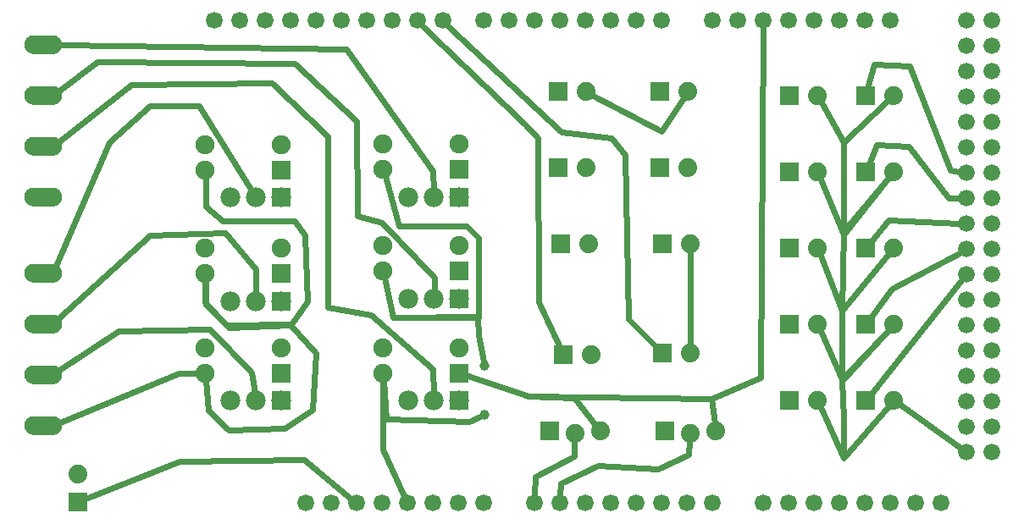
<source format=gbl>
G04 MADE WITH FRITZING*
G04 WWW.FRITZING.ORG*
G04 DOUBLE SIDED*
G04 HOLES PLATED*
G04 CONTOUR ON CENTER OF CONTOUR VECTOR*
%ASAXBY*%
%FSLAX23Y23*%
%MOIN*%
%OFA0B0*%
%SFA1.0B1.0*%
%ADD10C,0.039370*%
%ADD11C,0.074000*%
%ADD12C,0.066194*%
%ADD13C,0.066222*%
%ADD14C,0.065993*%
%ADD15C,0.075000*%
%ADD16C,0.078000*%
%ADD17R,0.075000X0.075000*%
%ADD18R,0.078000X0.078000*%
%ADD19C,0.024000*%
%ADD20R,0.001000X0.001000*%
%LNCOPPER0*%
G90*
G70*
G54D10*
X1813Y466D03*
X1813Y658D03*
G54D11*
X213Y123D03*
X213Y233D03*
G54D12*
X2908Y118D03*
X3008Y118D03*
X3108Y118D03*
X3208Y118D03*
X3308Y118D03*
X3408Y118D03*
X3508Y118D03*
X3608Y118D03*
X2008Y118D03*
X2108Y118D03*
X2208Y118D03*
X2308Y118D03*
X2408Y118D03*
X2508Y118D03*
X2608Y118D03*
X2708Y118D03*
G54D13*
X2708Y2018D03*
X2808Y2018D03*
X2908Y2018D03*
X3008Y2018D03*
X3108Y2018D03*
X3208Y2018D03*
X3308Y2018D03*
X3408Y2018D03*
G54D12*
X1108Y118D03*
X1208Y118D03*
X1308Y118D03*
X1408Y118D03*
X1508Y118D03*
X1608Y118D03*
X1708Y118D03*
X1808Y118D03*
G54D13*
X1648Y2018D03*
X1548Y2018D03*
X1448Y2018D03*
X1348Y2018D03*
X1248Y2018D03*
X1148Y2018D03*
X1048Y2018D03*
X948Y2018D03*
X848Y2018D03*
X748Y2018D03*
X2508Y2018D03*
X2408Y2018D03*
X2308Y2018D03*
X2208Y2018D03*
X2108Y2018D03*
X2008Y2018D03*
X1908Y2018D03*
X1808Y2018D03*
G54D14*
X3708Y2018D03*
X3808Y2018D03*
X3708Y1918D03*
X3808Y1918D03*
X3708Y1818D03*
X3808Y1818D03*
X3708Y1718D03*
X3808Y1718D03*
X3708Y1618D03*
X3808Y1618D03*
X3708Y1518D03*
X3808Y1518D03*
X3708Y1418D03*
X3808Y1418D03*
X3708Y1318D03*
X3808Y1318D03*
X3708Y1218D03*
X3808Y1218D03*
X3708Y1118D03*
X3808Y1118D03*
X3708Y1018D03*
X3808Y1018D03*
X3708Y918D03*
X3808Y918D03*
X3708Y818D03*
X3808Y818D03*
X3708Y718D03*
X3808Y718D03*
X3708Y618D03*
X3808Y618D03*
X3708Y518D03*
X3808Y518D03*
X3708Y418D03*
X3808Y418D03*
X3708Y318D03*
X3808Y318D03*
G54D11*
X113Y1723D03*
X113Y1523D03*
X113Y1323D03*
X113Y1923D03*
X113Y1023D03*
X113Y823D03*
X113Y623D03*
X113Y423D03*
X3313Y523D03*
X3423Y523D03*
X3013Y523D03*
X3123Y523D03*
X3313Y1423D03*
X3423Y1423D03*
X3013Y1423D03*
X3123Y1423D03*
X3013Y1723D03*
X3123Y1723D03*
X3013Y1123D03*
X3123Y1123D03*
X3313Y1723D03*
X3423Y1723D03*
X3013Y823D03*
X3123Y823D03*
X3313Y1123D03*
X3423Y1123D03*
X3313Y823D03*
X3423Y823D03*
X2503Y1738D03*
X2613Y1738D03*
X2503Y1438D03*
X2613Y1438D03*
X2513Y1138D03*
X2623Y1138D03*
X2103Y1738D03*
X2213Y1738D03*
X2103Y1438D03*
X2213Y1438D03*
X2113Y1138D03*
X2223Y1138D03*
X2513Y708D03*
X2623Y708D03*
X2523Y403D03*
X2623Y393D03*
X2723Y403D03*
X2068Y403D03*
X2168Y393D03*
X2268Y403D03*
X2123Y703D03*
X2233Y703D03*
G54D15*
X1013Y630D03*
X713Y630D03*
X1013Y730D03*
X713Y730D03*
X1013Y1023D03*
X713Y1023D03*
X1013Y1123D03*
X713Y1123D03*
X1013Y1430D03*
X713Y1430D03*
X1013Y1530D03*
X713Y1530D03*
X1713Y630D03*
X1413Y630D03*
X1713Y730D03*
X1413Y730D03*
X1713Y1033D03*
X1413Y1033D03*
X1713Y1133D03*
X1413Y1133D03*
X1713Y1433D03*
X1413Y1433D03*
X1713Y1533D03*
X1413Y1533D03*
G54D16*
X1713Y1323D03*
X1613Y1323D03*
X1513Y1323D03*
X1713Y923D03*
X1613Y923D03*
X1513Y923D03*
X1713Y523D03*
X1613Y523D03*
X1513Y523D03*
X1013Y1323D03*
X913Y1323D03*
X813Y1323D03*
X1013Y913D03*
X913Y913D03*
X813Y913D03*
X1013Y523D03*
X913Y523D03*
X813Y523D03*
G54D17*
X1013Y630D03*
X1013Y1023D03*
X1013Y1430D03*
X1713Y630D03*
X1713Y1033D03*
X1713Y1433D03*
G54D18*
X1713Y1323D03*
X1713Y923D03*
X1713Y523D03*
X1013Y1323D03*
X1013Y913D03*
X1013Y523D03*
G54D19*
X3225Y1185D02*
X3403Y1399D01*
D02*
X3225Y1538D02*
X3225Y1185D01*
D02*
X3400Y1702D02*
X3225Y1538D01*
D02*
X3220Y876D02*
X3403Y1099D01*
D02*
X3225Y1190D02*
X3220Y876D01*
D02*
X3403Y1399D02*
X3225Y1190D01*
D02*
X3220Y600D02*
X3402Y800D01*
D02*
X3220Y876D02*
X3220Y600D01*
D02*
X3403Y1099D02*
X3220Y876D01*
D02*
X3225Y457D02*
X3225Y295D01*
D02*
X3225Y295D02*
X3402Y500D01*
D02*
X3220Y600D02*
X3225Y457D01*
D02*
X3402Y800D02*
X3220Y600D01*
D02*
X3644Y1428D02*
X3487Y1838D01*
D02*
X3487Y1838D02*
X3344Y1847D01*
D02*
X3344Y1847D02*
X3320Y1753D01*
D02*
X3678Y1423D02*
X3644Y1428D01*
D02*
X3639Y1319D02*
X3678Y1318D01*
D02*
X3482Y1523D02*
X3639Y1319D01*
D02*
X3354Y1528D02*
X3482Y1523D01*
D02*
X3324Y1452D02*
X3354Y1528D01*
D02*
X3401Y1233D02*
X3678Y1220D01*
D02*
X3332Y1147D02*
X3401Y1233D01*
D02*
X3416Y964D02*
X3331Y848D01*
D02*
X3682Y1104D02*
X3416Y964D01*
D02*
X3689Y995D02*
X3332Y547D01*
D02*
X1409Y1221D02*
X1617Y1005D01*
D02*
X1617Y1005D02*
X1614Y953D01*
D02*
X1313Y1248D02*
X1409Y1221D01*
D02*
X1064Y1849D02*
X1309Y1623D01*
D02*
X288Y1856D02*
X1064Y1849D01*
D02*
X1309Y1623D02*
X1313Y1248D01*
D02*
X139Y1743D02*
X288Y1856D01*
D02*
X1609Y1427D02*
X1612Y1353D01*
D02*
X1268Y1905D02*
X1609Y1427D01*
D02*
X146Y1923D02*
X1268Y1905D01*
D02*
X2898Y612D02*
X2908Y1988D01*
D02*
X2707Y530D02*
X2898Y612D01*
D02*
X1740Y621D02*
X1985Y538D01*
D02*
X1985Y538D02*
X2707Y530D01*
D02*
X2117Y1579D02*
X2313Y1556D01*
D02*
X2313Y1556D02*
X2365Y1490D01*
D02*
X2380Y842D02*
X2491Y730D01*
D02*
X2365Y1490D02*
X2380Y842D01*
D02*
X1670Y1997D02*
X2117Y1579D01*
D02*
X2026Y908D02*
X2110Y731D01*
D02*
X1570Y1997D02*
X1973Y1610D01*
D02*
X2023Y1556D02*
X2026Y908D01*
D02*
X1973Y1610D02*
X2023Y1556D01*
D02*
X613Y284D02*
X242Y135D01*
D02*
X1103Y288D02*
X613Y284D01*
D02*
X1285Y137D02*
X1103Y288D01*
D02*
X609Y628D02*
X143Y436D01*
D02*
X684Y629D02*
X609Y628D01*
D02*
X1608Y647D02*
X1612Y553D01*
D02*
X1364Y860D02*
X1608Y647D01*
D02*
X1194Y888D02*
X1364Y860D01*
D02*
X1194Y1562D02*
X1194Y888D01*
D02*
X976Y1772D02*
X1194Y1562D01*
D02*
X422Y1765D02*
X976Y1772D01*
D02*
X139Y1544D02*
X422Y1765D01*
D02*
X689Y1684D02*
X897Y1349D01*
D02*
X494Y1684D02*
X689Y1684D01*
D02*
X334Y1539D02*
X494Y1684D01*
D02*
X126Y1054D02*
X334Y1539D01*
D02*
X911Y1038D02*
X913Y943D01*
D02*
X793Y1183D02*
X911Y1038D01*
D02*
X494Y1172D02*
X793Y1183D01*
D02*
X137Y845D02*
X494Y1172D01*
D02*
X896Y632D02*
X908Y553D01*
D02*
X732Y804D02*
X896Y632D01*
D02*
X372Y797D02*
X732Y804D01*
D02*
X140Y642D02*
X372Y797D01*
D02*
X724Y483D02*
X715Y601D01*
D02*
X804Y406D02*
X724Y483D01*
D02*
X1026Y414D02*
X804Y406D01*
D02*
X1137Y487D02*
X1026Y414D01*
D02*
X1149Y709D02*
X1137Y487D01*
D02*
X1049Y820D02*
X1149Y709D01*
D02*
X804Y808D02*
X1049Y820D01*
D02*
X712Y908D02*
X804Y808D01*
D02*
X713Y995D02*
X712Y908D01*
D02*
X797Y820D02*
X716Y900D01*
D02*
X716Y900D02*
X714Y995D01*
D02*
X1053Y823D02*
X797Y820D01*
D02*
X1114Y911D02*
X1053Y823D01*
D02*
X1106Y1172D02*
X1114Y911D01*
D02*
X1064Y1229D02*
X1106Y1172D01*
D02*
X781Y1229D02*
X1064Y1229D01*
D02*
X716Y1286D02*
X781Y1229D01*
D02*
X714Y1401D02*
X716Y1286D01*
D02*
X1495Y146D02*
X1413Y329D01*
D02*
X1413Y329D02*
X1413Y601D01*
D02*
X2509Y1584D02*
X2596Y1712D01*
D02*
X2240Y1724D02*
X2509Y1584D01*
D02*
X2623Y1107D02*
X2623Y739D01*
D02*
X3220Y605D02*
X3402Y800D01*
D02*
X3136Y795D02*
X3220Y605D01*
D02*
X3220Y876D02*
X3403Y1099D01*
D02*
X3134Y1094D02*
X3220Y876D01*
D02*
X3225Y1176D02*
X3403Y1399D01*
D02*
X3135Y1394D02*
X3225Y1176D01*
D02*
X3225Y1538D02*
X3400Y1702D01*
D02*
X3138Y1696D02*
X3225Y1538D01*
D02*
X3225Y295D02*
X3402Y500D01*
D02*
X3136Y495D02*
X3225Y295D01*
D02*
X3684Y336D02*
X3448Y505D01*
D02*
X1421Y1406D02*
X1477Y1210D01*
D02*
X1477Y1210D02*
X1741Y1210D01*
D02*
X1741Y1210D02*
X1789Y1162D01*
D02*
X1789Y1162D02*
X1789Y850D01*
D02*
X1789Y850D02*
X1453Y850D01*
D02*
X1453Y850D02*
X1419Y1005D01*
D02*
X1415Y601D02*
X1426Y449D01*
D02*
X1751Y438D02*
X1796Y458D01*
D02*
X1426Y449D02*
X1751Y438D01*
D02*
X1809Y677D02*
X1789Y778D01*
D02*
X1789Y778D02*
X1786Y852D01*
D02*
X1786Y852D02*
X1453Y850D01*
D02*
X2707Y530D02*
X2719Y434D01*
D02*
X1985Y538D02*
X2164Y534D01*
D02*
X2164Y534D02*
X2249Y427D01*
D02*
X2164Y301D02*
X2012Y224D01*
D02*
X2012Y224D02*
X2009Y148D01*
D02*
X2166Y362D02*
X2164Y301D01*
D02*
X2495Y252D02*
X2259Y267D01*
D02*
X2259Y267D02*
X2111Y197D01*
D02*
X2620Y362D02*
X2615Y310D01*
D02*
X2615Y310D02*
X2495Y252D01*
D02*
X2111Y197D02*
X2109Y148D01*
G54D20*
X34Y1960D02*
X117Y1960D01*
X29Y1959D02*
X122Y1959D01*
X26Y1958D02*
X125Y1958D01*
X24Y1957D02*
X127Y1957D01*
X21Y1956D02*
X129Y1956D01*
X20Y1955D02*
X131Y1955D01*
X18Y1954D02*
X133Y1954D01*
X17Y1953D02*
X134Y1953D01*
X15Y1952D02*
X135Y1952D01*
X14Y1951D02*
X136Y1951D01*
X13Y1950D02*
X138Y1950D01*
X12Y1949D02*
X139Y1949D01*
X11Y1948D02*
X139Y1948D01*
X10Y1947D02*
X140Y1947D01*
X10Y1946D02*
X141Y1946D01*
X9Y1945D02*
X108Y1945D01*
X117Y1945D02*
X142Y1945D01*
X8Y1944D02*
X104Y1944D01*
X120Y1944D02*
X143Y1944D01*
X8Y1943D02*
X102Y1943D01*
X123Y1943D02*
X143Y1943D01*
X7Y1942D02*
X100Y1942D01*
X124Y1942D02*
X144Y1942D01*
X6Y1941D02*
X99Y1941D01*
X126Y1941D02*
X144Y1941D01*
X6Y1940D02*
X98Y1940D01*
X127Y1940D02*
X145Y1940D01*
X5Y1939D02*
X96Y1939D01*
X128Y1939D02*
X145Y1939D01*
X5Y1938D02*
X96Y1938D01*
X129Y1938D02*
X146Y1938D01*
X5Y1937D02*
X95Y1937D01*
X130Y1937D02*
X146Y1937D01*
X4Y1936D02*
X94Y1936D01*
X131Y1936D02*
X147Y1936D01*
X4Y1935D02*
X93Y1935D01*
X131Y1935D02*
X147Y1935D01*
X3Y1934D02*
X93Y1934D01*
X132Y1934D02*
X147Y1934D01*
X3Y1933D02*
X92Y1933D01*
X133Y1933D02*
X148Y1933D01*
X3Y1932D02*
X92Y1932D01*
X133Y1932D02*
X148Y1932D01*
X3Y1931D02*
X91Y1931D01*
X133Y1931D02*
X148Y1931D01*
X3Y1930D02*
X91Y1930D01*
X134Y1930D02*
X148Y1930D01*
X2Y1929D02*
X91Y1929D01*
X134Y1929D02*
X148Y1929D01*
X2Y1928D02*
X90Y1928D01*
X134Y1928D02*
X149Y1928D01*
X2Y1927D02*
X90Y1927D01*
X135Y1927D02*
X149Y1927D01*
X2Y1926D02*
X90Y1926D01*
X135Y1926D02*
X149Y1926D01*
X2Y1925D02*
X90Y1925D01*
X135Y1925D02*
X149Y1925D01*
X2Y1924D02*
X90Y1924D01*
X135Y1924D02*
X149Y1924D01*
X2Y1923D02*
X90Y1923D01*
X135Y1923D02*
X149Y1923D01*
X2Y1922D02*
X90Y1922D01*
X135Y1922D02*
X149Y1922D01*
X2Y1921D02*
X90Y1921D01*
X135Y1921D02*
X149Y1921D01*
X2Y1920D02*
X90Y1920D01*
X135Y1920D02*
X149Y1920D01*
X2Y1919D02*
X90Y1919D01*
X134Y1919D02*
X149Y1919D01*
X2Y1918D02*
X91Y1918D01*
X134Y1918D02*
X148Y1918D01*
X2Y1917D02*
X91Y1917D01*
X134Y1917D02*
X148Y1917D01*
X3Y1916D02*
X91Y1916D01*
X134Y1916D02*
X148Y1916D01*
X3Y1915D02*
X92Y1915D01*
X133Y1915D02*
X148Y1915D01*
X3Y1914D02*
X92Y1914D01*
X133Y1914D02*
X148Y1914D01*
X3Y1913D02*
X93Y1913D01*
X132Y1913D02*
X147Y1913D01*
X4Y1912D02*
X93Y1912D01*
X132Y1912D02*
X147Y1912D01*
X4Y1911D02*
X94Y1911D01*
X131Y1911D02*
X147Y1911D01*
X4Y1910D02*
X95Y1910D01*
X130Y1910D02*
X146Y1910D01*
X5Y1909D02*
X95Y1909D01*
X129Y1909D02*
X146Y1909D01*
X5Y1908D02*
X96Y1908D01*
X129Y1908D02*
X145Y1908D01*
X6Y1907D02*
X97Y1907D01*
X127Y1907D02*
X145Y1907D01*
X6Y1906D02*
X99Y1906D01*
X126Y1906D02*
X145Y1906D01*
X7Y1905D02*
X100Y1905D01*
X125Y1905D02*
X144Y1905D01*
X7Y1904D02*
X102Y1904D01*
X123Y1904D02*
X143Y1904D01*
X8Y1903D02*
X104Y1903D01*
X121Y1903D02*
X143Y1903D01*
X9Y1902D02*
X107Y1902D01*
X118Y1902D02*
X142Y1902D01*
X9Y1901D02*
X141Y1901D01*
X10Y1900D02*
X141Y1900D01*
X11Y1899D02*
X140Y1899D01*
X12Y1898D02*
X139Y1898D01*
X13Y1897D02*
X138Y1897D01*
X14Y1896D02*
X137Y1896D01*
X15Y1895D02*
X136Y1895D01*
X16Y1894D02*
X134Y1894D01*
X18Y1893D02*
X133Y1893D01*
X19Y1892D02*
X131Y1892D01*
X21Y1891D02*
X130Y1891D01*
X23Y1890D02*
X128Y1890D01*
X25Y1889D02*
X125Y1889D01*
X28Y1888D02*
X123Y1888D01*
X32Y1887D02*
X118Y1887D01*
X2066Y1775D02*
X2139Y1775D01*
X2466Y1775D02*
X2538Y1775D01*
X2066Y1774D02*
X2139Y1774D01*
X2466Y1774D02*
X2539Y1774D01*
X2066Y1773D02*
X2139Y1773D01*
X2466Y1773D02*
X2539Y1773D01*
X2066Y1772D02*
X2139Y1772D01*
X2466Y1772D02*
X2539Y1772D01*
X2066Y1771D02*
X2139Y1771D01*
X2466Y1771D02*
X2539Y1771D01*
X2066Y1770D02*
X2139Y1770D01*
X2466Y1770D02*
X2539Y1770D01*
X2066Y1769D02*
X2139Y1769D01*
X2466Y1769D02*
X2539Y1769D01*
X2066Y1768D02*
X2139Y1768D01*
X2466Y1768D02*
X2539Y1768D01*
X2066Y1767D02*
X2139Y1767D01*
X2466Y1767D02*
X2539Y1767D01*
X2066Y1766D02*
X2139Y1766D01*
X2466Y1766D02*
X2539Y1766D01*
X2066Y1765D02*
X2139Y1765D01*
X2466Y1765D02*
X2539Y1765D01*
X2066Y1764D02*
X2139Y1764D01*
X2466Y1764D02*
X2539Y1764D01*
X2066Y1763D02*
X2139Y1763D01*
X2466Y1763D02*
X2539Y1763D01*
X2066Y1762D02*
X2139Y1762D01*
X2466Y1762D02*
X2539Y1762D01*
X2066Y1761D02*
X2139Y1761D01*
X2466Y1761D02*
X2539Y1761D01*
X34Y1760D02*
X117Y1760D01*
X2066Y1760D02*
X2139Y1760D01*
X2466Y1760D02*
X2539Y1760D01*
X2976Y1760D02*
X3048Y1760D01*
X3275Y1760D02*
X3348Y1760D01*
X29Y1759D02*
X122Y1759D01*
X2066Y1759D02*
X2139Y1759D01*
X2466Y1759D02*
X2539Y1759D01*
X2975Y1759D02*
X3048Y1759D01*
X3275Y1759D02*
X3348Y1759D01*
X26Y1758D02*
X125Y1758D01*
X2066Y1758D02*
X2098Y1758D01*
X2106Y1758D02*
X2139Y1758D01*
X2466Y1758D02*
X2498Y1758D01*
X2506Y1758D02*
X2539Y1758D01*
X2975Y1758D02*
X3048Y1758D01*
X3275Y1758D02*
X3348Y1758D01*
X23Y1757D02*
X127Y1757D01*
X2066Y1757D02*
X2094Y1757D01*
X2110Y1757D02*
X2139Y1757D01*
X2466Y1757D02*
X2494Y1757D01*
X2510Y1757D02*
X2539Y1757D01*
X2975Y1757D02*
X3048Y1757D01*
X3275Y1757D02*
X3348Y1757D01*
X21Y1756D02*
X129Y1756D01*
X2066Y1756D02*
X2092Y1756D01*
X2112Y1756D02*
X2139Y1756D01*
X2466Y1756D02*
X2492Y1756D01*
X2512Y1756D02*
X2539Y1756D01*
X2975Y1756D02*
X3048Y1756D01*
X3275Y1756D02*
X3348Y1756D01*
X20Y1755D02*
X131Y1755D01*
X2066Y1755D02*
X2090Y1755D01*
X2114Y1755D02*
X2139Y1755D01*
X2466Y1755D02*
X2490Y1755D01*
X2514Y1755D02*
X2539Y1755D01*
X2975Y1755D02*
X3048Y1755D01*
X3275Y1755D02*
X3348Y1755D01*
X18Y1754D02*
X133Y1754D01*
X2066Y1754D02*
X2089Y1754D01*
X2115Y1754D02*
X2139Y1754D01*
X2466Y1754D02*
X2489Y1754D01*
X2515Y1754D02*
X2539Y1754D01*
X2975Y1754D02*
X3048Y1754D01*
X3275Y1754D02*
X3348Y1754D01*
X17Y1753D02*
X134Y1753D01*
X2066Y1753D02*
X2088Y1753D01*
X2116Y1753D02*
X2139Y1753D01*
X2466Y1753D02*
X2488Y1753D01*
X2516Y1753D02*
X2539Y1753D01*
X2975Y1753D02*
X3048Y1753D01*
X3275Y1753D02*
X3348Y1753D01*
X15Y1752D02*
X135Y1752D01*
X2066Y1752D02*
X2087Y1752D01*
X2117Y1752D02*
X2139Y1752D01*
X2466Y1752D02*
X2487Y1752D01*
X2517Y1752D02*
X2539Y1752D01*
X2975Y1752D02*
X3048Y1752D01*
X3275Y1752D02*
X3348Y1752D01*
X14Y1751D02*
X136Y1751D01*
X2066Y1751D02*
X2086Y1751D01*
X2118Y1751D02*
X2139Y1751D01*
X2466Y1751D02*
X2486Y1751D01*
X2518Y1751D02*
X2539Y1751D01*
X2975Y1751D02*
X3048Y1751D01*
X3275Y1751D02*
X3348Y1751D01*
X13Y1750D02*
X138Y1750D01*
X2066Y1750D02*
X2085Y1750D01*
X2119Y1750D02*
X2139Y1750D01*
X2466Y1750D02*
X2485Y1750D01*
X2519Y1750D02*
X2539Y1750D01*
X2975Y1750D02*
X3048Y1750D01*
X3275Y1750D02*
X3348Y1750D01*
X12Y1749D02*
X139Y1749D01*
X2066Y1749D02*
X2085Y1749D01*
X2119Y1749D02*
X2139Y1749D01*
X2466Y1749D02*
X2485Y1749D01*
X2519Y1749D02*
X2539Y1749D01*
X2975Y1749D02*
X3048Y1749D01*
X3275Y1749D02*
X3348Y1749D01*
X11Y1748D02*
X139Y1748D01*
X2066Y1748D02*
X2084Y1748D01*
X2120Y1748D02*
X2139Y1748D01*
X2466Y1748D02*
X2484Y1748D01*
X2520Y1748D02*
X2539Y1748D01*
X2975Y1748D02*
X3048Y1748D01*
X3275Y1748D02*
X3348Y1748D01*
X10Y1747D02*
X140Y1747D01*
X2066Y1747D02*
X2084Y1747D01*
X2121Y1747D02*
X2139Y1747D01*
X2466Y1747D02*
X2484Y1747D01*
X2521Y1747D02*
X2539Y1747D01*
X2975Y1747D02*
X3048Y1747D01*
X3275Y1747D02*
X3348Y1747D01*
X10Y1746D02*
X141Y1746D01*
X2066Y1746D02*
X2083Y1746D01*
X2121Y1746D02*
X2139Y1746D01*
X2466Y1746D02*
X2483Y1746D01*
X2521Y1746D02*
X2539Y1746D01*
X2975Y1746D02*
X3048Y1746D01*
X3275Y1746D02*
X3348Y1746D01*
X9Y1745D02*
X108Y1745D01*
X117Y1745D02*
X142Y1745D01*
X2066Y1745D02*
X2083Y1745D01*
X2121Y1745D02*
X2139Y1745D01*
X2466Y1745D02*
X2483Y1745D01*
X2521Y1745D02*
X2539Y1745D01*
X2975Y1745D02*
X3048Y1745D01*
X3275Y1745D02*
X3348Y1745D01*
X8Y1744D02*
X104Y1744D01*
X120Y1744D02*
X143Y1744D01*
X2066Y1744D02*
X2082Y1744D01*
X2122Y1744D02*
X2139Y1744D01*
X2466Y1744D02*
X2482Y1744D01*
X2522Y1744D02*
X2539Y1744D01*
X2975Y1744D02*
X3048Y1744D01*
X3275Y1744D02*
X3348Y1744D01*
X8Y1743D02*
X102Y1743D01*
X123Y1743D02*
X143Y1743D01*
X2066Y1743D02*
X2082Y1743D01*
X2122Y1743D02*
X2139Y1743D01*
X2466Y1743D02*
X2482Y1743D01*
X2522Y1743D02*
X2539Y1743D01*
X2975Y1743D02*
X3008Y1743D01*
X3016Y1743D02*
X3048Y1743D01*
X3275Y1743D02*
X3308Y1743D01*
X3316Y1743D02*
X3348Y1743D01*
X7Y1742D02*
X100Y1742D01*
X125Y1742D02*
X144Y1742D01*
X2066Y1742D02*
X2082Y1742D01*
X2122Y1742D02*
X2139Y1742D01*
X2466Y1742D02*
X2482Y1742D01*
X2522Y1742D02*
X2539Y1742D01*
X2975Y1742D02*
X3004Y1742D01*
X3020Y1742D02*
X3048Y1742D01*
X3275Y1742D02*
X3304Y1742D01*
X3320Y1742D02*
X3348Y1742D01*
X6Y1741D02*
X99Y1741D01*
X126Y1741D02*
X144Y1741D01*
X2066Y1741D02*
X2082Y1741D01*
X2122Y1741D02*
X2139Y1741D01*
X2466Y1741D02*
X2482Y1741D01*
X2522Y1741D02*
X2539Y1741D01*
X2975Y1741D02*
X3002Y1741D01*
X3022Y1741D02*
X3048Y1741D01*
X3275Y1741D02*
X3302Y1741D01*
X3322Y1741D02*
X3348Y1741D01*
X6Y1740D02*
X98Y1740D01*
X127Y1740D02*
X145Y1740D01*
X2066Y1740D02*
X2082Y1740D01*
X2122Y1740D02*
X2139Y1740D01*
X2466Y1740D02*
X2482Y1740D01*
X2522Y1740D02*
X2539Y1740D01*
X2975Y1740D02*
X3000Y1740D01*
X3024Y1740D02*
X3048Y1740D01*
X3275Y1740D02*
X3300Y1740D01*
X3324Y1740D02*
X3348Y1740D01*
X5Y1739D02*
X96Y1739D01*
X128Y1739D02*
X145Y1739D01*
X2066Y1739D02*
X2082Y1739D01*
X2123Y1739D02*
X2139Y1739D01*
X2466Y1739D02*
X2482Y1739D01*
X2522Y1739D02*
X2539Y1739D01*
X2975Y1739D02*
X2999Y1739D01*
X3025Y1739D02*
X3048Y1739D01*
X3275Y1739D02*
X3299Y1739D01*
X3325Y1739D02*
X3348Y1739D01*
X5Y1738D02*
X96Y1738D01*
X129Y1738D02*
X146Y1738D01*
X2066Y1738D02*
X2082Y1738D01*
X2123Y1738D02*
X2139Y1738D01*
X2466Y1738D02*
X2482Y1738D01*
X2522Y1738D02*
X2539Y1738D01*
X2975Y1738D02*
X2998Y1738D01*
X3026Y1738D02*
X3048Y1738D01*
X3275Y1738D02*
X3298Y1738D01*
X3326Y1738D02*
X3348Y1738D01*
X4Y1737D02*
X95Y1737D01*
X130Y1737D02*
X146Y1737D01*
X2066Y1737D02*
X2082Y1737D01*
X2122Y1737D02*
X2139Y1737D01*
X2466Y1737D02*
X2482Y1737D01*
X2522Y1737D02*
X2539Y1737D01*
X2975Y1737D02*
X2997Y1737D01*
X3027Y1737D02*
X3048Y1737D01*
X3275Y1737D02*
X3297Y1737D01*
X3327Y1737D02*
X3348Y1737D01*
X4Y1736D02*
X94Y1736D01*
X131Y1736D02*
X147Y1736D01*
X2066Y1736D02*
X2082Y1736D01*
X2122Y1736D02*
X2139Y1736D01*
X2466Y1736D02*
X2482Y1736D01*
X2522Y1736D02*
X2539Y1736D01*
X2975Y1736D02*
X2996Y1736D01*
X3028Y1736D02*
X3048Y1736D01*
X3275Y1736D02*
X3296Y1736D01*
X3328Y1736D02*
X3348Y1736D01*
X4Y1735D02*
X93Y1735D01*
X131Y1735D02*
X147Y1735D01*
X2066Y1735D02*
X2082Y1735D01*
X2122Y1735D02*
X2139Y1735D01*
X2466Y1735D02*
X2482Y1735D01*
X2522Y1735D02*
X2539Y1735D01*
X2975Y1735D02*
X2995Y1735D01*
X3029Y1735D02*
X3048Y1735D01*
X3275Y1735D02*
X3295Y1735D01*
X3329Y1735D02*
X3348Y1735D01*
X3Y1734D02*
X93Y1734D01*
X132Y1734D02*
X147Y1734D01*
X2066Y1734D02*
X2082Y1734D01*
X2122Y1734D02*
X2139Y1734D01*
X2466Y1734D02*
X2482Y1734D01*
X2522Y1734D02*
X2539Y1734D01*
X2975Y1734D02*
X2995Y1734D01*
X3029Y1734D02*
X3048Y1734D01*
X3275Y1734D02*
X3295Y1734D01*
X3329Y1734D02*
X3348Y1734D01*
X3Y1733D02*
X92Y1733D01*
X133Y1733D02*
X148Y1733D01*
X2066Y1733D02*
X2082Y1733D01*
X2122Y1733D02*
X2139Y1733D01*
X2466Y1733D02*
X2482Y1733D01*
X2522Y1733D02*
X2539Y1733D01*
X2975Y1733D02*
X2994Y1733D01*
X3030Y1733D02*
X3048Y1733D01*
X3275Y1733D02*
X3294Y1733D01*
X3330Y1733D02*
X3348Y1733D01*
X3Y1732D02*
X92Y1732D01*
X133Y1732D02*
X148Y1732D01*
X2066Y1732D02*
X2083Y1732D01*
X2121Y1732D02*
X2139Y1732D01*
X2466Y1732D02*
X2483Y1732D01*
X2521Y1732D02*
X2539Y1732D01*
X2975Y1732D02*
X2993Y1732D01*
X3030Y1732D02*
X3048Y1732D01*
X3275Y1732D02*
X3293Y1732D01*
X3330Y1732D02*
X3348Y1732D01*
X3Y1731D02*
X91Y1731D01*
X133Y1731D02*
X148Y1731D01*
X2066Y1731D02*
X2083Y1731D01*
X2121Y1731D02*
X2139Y1731D01*
X2466Y1731D02*
X2483Y1731D01*
X2521Y1731D02*
X2539Y1731D01*
X2975Y1731D02*
X2993Y1731D01*
X3031Y1731D02*
X3048Y1731D01*
X3275Y1731D02*
X3293Y1731D01*
X3331Y1731D02*
X3348Y1731D01*
X3Y1730D02*
X91Y1730D01*
X134Y1730D02*
X148Y1730D01*
X2066Y1730D02*
X2084Y1730D01*
X2121Y1730D02*
X2139Y1730D01*
X2466Y1730D02*
X2483Y1730D01*
X2521Y1730D02*
X2539Y1730D01*
X2975Y1730D02*
X2993Y1730D01*
X3031Y1730D02*
X3048Y1730D01*
X3275Y1730D02*
X3293Y1730D01*
X3331Y1730D02*
X3348Y1730D01*
X2Y1729D02*
X91Y1729D01*
X134Y1729D02*
X148Y1729D01*
X2066Y1729D02*
X2084Y1729D01*
X2120Y1729D02*
X2139Y1729D01*
X2466Y1729D02*
X2484Y1729D01*
X2520Y1729D02*
X2539Y1729D01*
X2975Y1729D02*
X2992Y1729D01*
X3032Y1729D02*
X3048Y1729D01*
X3275Y1729D02*
X3292Y1729D01*
X3332Y1729D02*
X3348Y1729D01*
X2Y1728D02*
X90Y1728D01*
X134Y1728D02*
X149Y1728D01*
X2066Y1728D02*
X2085Y1728D01*
X2120Y1728D02*
X2139Y1728D01*
X2466Y1728D02*
X2485Y1728D01*
X2520Y1728D02*
X2539Y1728D01*
X2975Y1728D02*
X2992Y1728D01*
X3032Y1728D02*
X3048Y1728D01*
X3275Y1728D02*
X3292Y1728D01*
X3332Y1728D02*
X3348Y1728D01*
X2Y1727D02*
X90Y1727D01*
X135Y1727D02*
X149Y1727D01*
X2066Y1727D02*
X2085Y1727D01*
X2119Y1727D02*
X2139Y1727D01*
X2466Y1727D02*
X2485Y1727D01*
X2519Y1727D02*
X2539Y1727D01*
X2975Y1727D02*
X2992Y1727D01*
X3032Y1727D02*
X3048Y1727D01*
X3275Y1727D02*
X3292Y1727D01*
X3332Y1727D02*
X3348Y1727D01*
X2Y1726D02*
X90Y1726D01*
X135Y1726D02*
X149Y1726D01*
X2066Y1726D02*
X2086Y1726D01*
X2118Y1726D02*
X2139Y1726D01*
X2466Y1726D02*
X2486Y1726D01*
X2518Y1726D02*
X2539Y1726D01*
X2975Y1726D02*
X2992Y1726D01*
X3032Y1726D02*
X3048Y1726D01*
X3275Y1726D02*
X3292Y1726D01*
X3332Y1726D02*
X3348Y1726D01*
X2Y1725D02*
X90Y1725D01*
X135Y1725D02*
X149Y1725D01*
X2066Y1725D02*
X2087Y1725D01*
X2117Y1725D02*
X2139Y1725D01*
X2466Y1725D02*
X2487Y1725D01*
X2517Y1725D02*
X2539Y1725D01*
X2975Y1725D02*
X2992Y1725D01*
X3032Y1725D02*
X3048Y1725D01*
X3275Y1725D02*
X3292Y1725D01*
X3332Y1725D02*
X3348Y1725D01*
X2Y1724D02*
X90Y1724D01*
X135Y1724D02*
X149Y1724D01*
X2066Y1724D02*
X2088Y1724D01*
X2116Y1724D02*
X2139Y1724D01*
X2466Y1724D02*
X2488Y1724D01*
X2516Y1724D02*
X2539Y1724D01*
X2975Y1724D02*
X2992Y1724D01*
X3032Y1724D02*
X3048Y1724D01*
X3275Y1724D02*
X3291Y1724D01*
X3332Y1724D02*
X3348Y1724D01*
X2Y1723D02*
X90Y1723D01*
X135Y1723D02*
X149Y1723D01*
X2066Y1723D02*
X2089Y1723D01*
X2115Y1723D02*
X2139Y1723D01*
X2466Y1723D02*
X2489Y1723D01*
X2515Y1723D02*
X2539Y1723D01*
X2975Y1723D02*
X2992Y1723D01*
X3032Y1723D02*
X3048Y1723D01*
X3275Y1723D02*
X3291Y1723D01*
X3332Y1723D02*
X3348Y1723D01*
X2Y1722D02*
X90Y1722D01*
X135Y1722D02*
X149Y1722D01*
X2066Y1722D02*
X2090Y1722D01*
X2114Y1722D02*
X2139Y1722D01*
X2466Y1722D02*
X2490Y1722D01*
X2514Y1722D02*
X2539Y1722D01*
X2975Y1722D02*
X2992Y1722D01*
X3032Y1722D02*
X3048Y1722D01*
X3275Y1722D02*
X3292Y1722D01*
X3332Y1722D02*
X3348Y1722D01*
X2Y1721D02*
X90Y1721D01*
X135Y1721D02*
X149Y1721D01*
X2066Y1721D02*
X2092Y1721D01*
X2112Y1721D02*
X2139Y1721D01*
X2466Y1721D02*
X2492Y1721D01*
X2512Y1721D02*
X2539Y1721D01*
X2975Y1721D02*
X2992Y1721D01*
X3032Y1721D02*
X3048Y1721D01*
X3275Y1721D02*
X3292Y1721D01*
X3332Y1721D02*
X3348Y1721D01*
X2Y1720D02*
X90Y1720D01*
X135Y1720D02*
X149Y1720D01*
X2066Y1720D02*
X2094Y1720D01*
X2110Y1720D02*
X2139Y1720D01*
X2466Y1720D02*
X2494Y1720D01*
X2510Y1720D02*
X2539Y1720D01*
X2975Y1720D02*
X2992Y1720D01*
X3032Y1720D02*
X3048Y1720D01*
X3275Y1720D02*
X3292Y1720D01*
X3332Y1720D02*
X3348Y1720D01*
X2Y1719D02*
X90Y1719D01*
X134Y1719D02*
X149Y1719D01*
X2066Y1719D02*
X2097Y1719D01*
X2107Y1719D02*
X2139Y1719D01*
X2466Y1719D02*
X2497Y1719D01*
X2507Y1719D02*
X2539Y1719D01*
X2975Y1719D02*
X2992Y1719D01*
X3032Y1719D02*
X3048Y1719D01*
X3275Y1719D02*
X3292Y1719D01*
X3332Y1719D02*
X3348Y1719D01*
X2Y1718D02*
X91Y1718D01*
X134Y1718D02*
X148Y1718D01*
X2066Y1718D02*
X2139Y1718D01*
X2466Y1718D02*
X2539Y1718D01*
X2975Y1718D02*
X2992Y1718D01*
X3032Y1718D02*
X3048Y1718D01*
X3275Y1718D02*
X3292Y1718D01*
X3332Y1718D02*
X3348Y1718D01*
X2Y1717D02*
X91Y1717D01*
X134Y1717D02*
X148Y1717D01*
X2066Y1717D02*
X2139Y1717D01*
X2466Y1717D02*
X2539Y1717D01*
X2975Y1717D02*
X2993Y1717D01*
X3031Y1717D02*
X3048Y1717D01*
X3275Y1717D02*
X3293Y1717D01*
X3331Y1717D02*
X3348Y1717D01*
X3Y1716D02*
X91Y1716D01*
X133Y1716D02*
X148Y1716D01*
X2066Y1716D02*
X2139Y1716D01*
X2466Y1716D02*
X2539Y1716D01*
X2975Y1716D02*
X2993Y1716D01*
X3031Y1716D02*
X3048Y1716D01*
X3275Y1716D02*
X3293Y1716D01*
X3331Y1716D02*
X3348Y1716D01*
X3Y1715D02*
X92Y1715D01*
X133Y1715D02*
X148Y1715D01*
X2066Y1715D02*
X2139Y1715D01*
X2466Y1715D02*
X2539Y1715D01*
X2975Y1715D02*
X2993Y1715D01*
X3031Y1715D02*
X3048Y1715D01*
X3275Y1715D02*
X3293Y1715D01*
X3331Y1715D02*
X3348Y1715D01*
X3Y1714D02*
X92Y1714D01*
X133Y1714D02*
X148Y1714D01*
X2066Y1714D02*
X2139Y1714D01*
X2466Y1714D02*
X2539Y1714D01*
X2975Y1714D02*
X2994Y1714D01*
X3030Y1714D02*
X3048Y1714D01*
X3275Y1714D02*
X3294Y1714D01*
X3330Y1714D02*
X3348Y1714D01*
X3Y1713D02*
X93Y1713D01*
X132Y1713D02*
X147Y1713D01*
X2066Y1713D02*
X2139Y1713D01*
X2466Y1713D02*
X2539Y1713D01*
X2975Y1713D02*
X2994Y1713D01*
X3029Y1713D02*
X3048Y1713D01*
X3275Y1713D02*
X3294Y1713D01*
X3329Y1713D02*
X3348Y1713D01*
X4Y1712D02*
X93Y1712D01*
X132Y1712D02*
X147Y1712D01*
X2066Y1712D02*
X2139Y1712D01*
X2466Y1712D02*
X2539Y1712D01*
X2975Y1712D02*
X2995Y1712D01*
X3029Y1712D02*
X3048Y1712D01*
X3275Y1712D02*
X3295Y1712D01*
X3329Y1712D02*
X3348Y1712D01*
X4Y1711D02*
X94Y1711D01*
X131Y1711D02*
X147Y1711D01*
X2066Y1711D02*
X2139Y1711D01*
X2466Y1711D02*
X2539Y1711D01*
X2975Y1711D02*
X2996Y1711D01*
X3028Y1711D02*
X3048Y1711D01*
X3275Y1711D02*
X3296Y1711D01*
X3328Y1711D02*
X3348Y1711D01*
X4Y1710D02*
X95Y1710D01*
X130Y1710D02*
X146Y1710D01*
X2066Y1710D02*
X2139Y1710D01*
X2466Y1710D02*
X2539Y1710D01*
X2975Y1710D02*
X2997Y1710D01*
X3027Y1710D02*
X3048Y1710D01*
X3275Y1710D02*
X3297Y1710D01*
X3327Y1710D02*
X3348Y1710D01*
X5Y1709D02*
X95Y1709D01*
X129Y1709D02*
X146Y1709D01*
X2066Y1709D02*
X2139Y1709D01*
X2466Y1709D02*
X2539Y1709D01*
X2975Y1709D02*
X2998Y1709D01*
X3026Y1709D02*
X3048Y1709D01*
X3275Y1709D02*
X3298Y1709D01*
X3326Y1709D02*
X3348Y1709D01*
X5Y1708D02*
X96Y1708D01*
X129Y1708D02*
X145Y1708D01*
X2066Y1708D02*
X2139Y1708D01*
X2466Y1708D02*
X2539Y1708D01*
X2975Y1708D02*
X2999Y1708D01*
X3025Y1708D02*
X3048Y1708D01*
X3275Y1708D02*
X3299Y1708D01*
X3325Y1708D02*
X3348Y1708D01*
X6Y1707D02*
X97Y1707D01*
X127Y1707D02*
X145Y1707D01*
X2066Y1707D02*
X2139Y1707D01*
X2466Y1707D02*
X2539Y1707D01*
X2975Y1707D02*
X3000Y1707D01*
X3024Y1707D02*
X3048Y1707D01*
X3275Y1707D02*
X3300Y1707D01*
X3324Y1707D02*
X3348Y1707D01*
X6Y1706D02*
X99Y1706D01*
X126Y1706D02*
X145Y1706D01*
X2066Y1706D02*
X2139Y1706D01*
X2466Y1706D02*
X2539Y1706D01*
X2975Y1706D02*
X3002Y1706D01*
X3022Y1706D02*
X3048Y1706D01*
X3275Y1706D02*
X3302Y1706D01*
X3322Y1706D02*
X3348Y1706D01*
X7Y1705D02*
X100Y1705D01*
X125Y1705D02*
X144Y1705D01*
X2066Y1705D02*
X2139Y1705D01*
X2466Y1705D02*
X2539Y1705D01*
X2975Y1705D02*
X3004Y1705D01*
X3020Y1705D02*
X3048Y1705D01*
X3275Y1705D02*
X3304Y1705D01*
X3320Y1705D02*
X3348Y1705D01*
X7Y1704D02*
X102Y1704D01*
X123Y1704D02*
X143Y1704D01*
X2066Y1704D02*
X2139Y1704D01*
X2466Y1704D02*
X2539Y1704D01*
X2975Y1704D02*
X3007Y1704D01*
X3017Y1704D02*
X3048Y1704D01*
X3275Y1704D02*
X3307Y1704D01*
X3317Y1704D02*
X3348Y1704D01*
X8Y1703D02*
X104Y1703D01*
X121Y1703D02*
X143Y1703D01*
X2066Y1703D02*
X2139Y1703D01*
X2466Y1703D02*
X2539Y1703D01*
X2975Y1703D02*
X3048Y1703D01*
X3275Y1703D02*
X3348Y1703D01*
X9Y1702D02*
X107Y1702D01*
X118Y1702D02*
X142Y1702D01*
X2066Y1702D02*
X2139Y1702D01*
X2466Y1702D02*
X2539Y1702D01*
X2975Y1702D02*
X3048Y1702D01*
X3275Y1702D02*
X3348Y1702D01*
X9Y1701D02*
X141Y1701D01*
X2975Y1701D02*
X3048Y1701D01*
X3275Y1701D02*
X3348Y1701D01*
X10Y1700D02*
X141Y1700D01*
X2975Y1700D02*
X3048Y1700D01*
X3275Y1700D02*
X3348Y1700D01*
X11Y1699D02*
X140Y1699D01*
X2975Y1699D02*
X3048Y1699D01*
X3275Y1699D02*
X3348Y1699D01*
X12Y1698D02*
X139Y1698D01*
X2975Y1698D02*
X3048Y1698D01*
X3275Y1698D02*
X3348Y1698D01*
X13Y1697D02*
X138Y1697D01*
X2975Y1697D02*
X3048Y1697D01*
X3275Y1697D02*
X3348Y1697D01*
X14Y1696D02*
X137Y1696D01*
X2975Y1696D02*
X3048Y1696D01*
X3275Y1696D02*
X3348Y1696D01*
X15Y1695D02*
X136Y1695D01*
X2975Y1695D02*
X3048Y1695D01*
X3275Y1695D02*
X3348Y1695D01*
X16Y1694D02*
X134Y1694D01*
X2975Y1694D02*
X3048Y1694D01*
X3275Y1694D02*
X3348Y1694D01*
X18Y1693D02*
X133Y1693D01*
X2975Y1693D02*
X3048Y1693D01*
X3275Y1693D02*
X3348Y1693D01*
X19Y1692D02*
X131Y1692D01*
X2975Y1692D02*
X3048Y1692D01*
X3275Y1692D02*
X3348Y1692D01*
X21Y1691D02*
X130Y1691D01*
X2975Y1691D02*
X3048Y1691D01*
X3275Y1691D02*
X3348Y1691D01*
X23Y1690D02*
X128Y1690D01*
X2975Y1690D02*
X3048Y1690D01*
X3275Y1690D02*
X3348Y1690D01*
X25Y1689D02*
X125Y1689D01*
X2975Y1689D02*
X3048Y1689D01*
X3275Y1689D02*
X3348Y1689D01*
X28Y1688D02*
X123Y1688D01*
X2975Y1688D02*
X3048Y1688D01*
X3275Y1688D02*
X3348Y1688D01*
X32Y1687D02*
X118Y1687D01*
X2975Y1687D02*
X3048Y1687D01*
X3275Y1687D02*
X3348Y1687D01*
X34Y1560D02*
X117Y1560D01*
X29Y1559D02*
X122Y1559D01*
X26Y1558D02*
X125Y1558D01*
X23Y1557D02*
X127Y1557D01*
X21Y1556D02*
X129Y1556D01*
X20Y1555D02*
X131Y1555D01*
X18Y1554D02*
X133Y1554D01*
X17Y1553D02*
X134Y1553D01*
X15Y1552D02*
X135Y1552D01*
X14Y1551D02*
X136Y1551D01*
X13Y1550D02*
X138Y1550D01*
X12Y1549D02*
X139Y1549D01*
X11Y1548D02*
X139Y1548D01*
X10Y1547D02*
X140Y1547D01*
X10Y1546D02*
X141Y1546D01*
X9Y1545D02*
X108Y1545D01*
X117Y1545D02*
X142Y1545D01*
X8Y1544D02*
X104Y1544D01*
X120Y1544D02*
X143Y1544D01*
X8Y1543D02*
X102Y1543D01*
X123Y1543D02*
X143Y1543D01*
X7Y1542D02*
X100Y1542D01*
X125Y1542D02*
X144Y1542D01*
X6Y1541D02*
X99Y1541D01*
X126Y1541D02*
X144Y1541D01*
X6Y1540D02*
X98Y1540D01*
X127Y1540D02*
X145Y1540D01*
X5Y1539D02*
X96Y1539D01*
X128Y1539D02*
X145Y1539D01*
X5Y1538D02*
X95Y1538D01*
X129Y1538D02*
X146Y1538D01*
X4Y1537D02*
X95Y1537D01*
X130Y1537D02*
X146Y1537D01*
X4Y1536D02*
X94Y1536D01*
X131Y1536D02*
X147Y1536D01*
X4Y1535D02*
X93Y1535D01*
X132Y1535D02*
X147Y1535D01*
X3Y1534D02*
X93Y1534D01*
X132Y1534D02*
X147Y1534D01*
X3Y1533D02*
X92Y1533D01*
X133Y1533D02*
X148Y1533D01*
X3Y1532D02*
X92Y1532D01*
X133Y1532D02*
X148Y1532D01*
X3Y1531D02*
X91Y1531D01*
X133Y1531D02*
X148Y1531D01*
X2Y1530D02*
X91Y1530D01*
X134Y1530D02*
X148Y1530D01*
X2Y1529D02*
X91Y1529D01*
X134Y1529D02*
X148Y1529D01*
X2Y1528D02*
X90Y1528D01*
X134Y1528D02*
X149Y1528D01*
X2Y1527D02*
X90Y1527D01*
X135Y1527D02*
X149Y1527D01*
X2Y1526D02*
X90Y1526D01*
X135Y1526D02*
X149Y1526D01*
X2Y1525D02*
X90Y1525D01*
X135Y1525D02*
X149Y1525D01*
X2Y1524D02*
X90Y1524D01*
X135Y1524D02*
X149Y1524D01*
X2Y1523D02*
X90Y1523D01*
X135Y1523D02*
X149Y1523D01*
X2Y1522D02*
X90Y1522D01*
X135Y1522D02*
X149Y1522D01*
X2Y1521D02*
X90Y1521D01*
X135Y1521D02*
X149Y1521D01*
X2Y1520D02*
X90Y1520D01*
X135Y1520D02*
X149Y1520D01*
X2Y1519D02*
X90Y1519D01*
X134Y1519D02*
X149Y1519D01*
X2Y1518D02*
X91Y1518D01*
X134Y1518D02*
X148Y1518D01*
X2Y1517D02*
X91Y1517D01*
X134Y1517D02*
X148Y1517D01*
X3Y1516D02*
X91Y1516D01*
X133Y1516D02*
X148Y1516D01*
X3Y1515D02*
X92Y1515D01*
X133Y1515D02*
X148Y1515D01*
X3Y1514D02*
X92Y1514D01*
X133Y1514D02*
X148Y1514D01*
X3Y1513D02*
X93Y1513D01*
X132Y1513D02*
X147Y1513D01*
X4Y1512D02*
X93Y1512D01*
X132Y1512D02*
X147Y1512D01*
X4Y1511D02*
X94Y1511D01*
X131Y1511D02*
X147Y1511D01*
X4Y1510D02*
X95Y1510D01*
X130Y1510D02*
X146Y1510D01*
X5Y1509D02*
X95Y1509D01*
X129Y1509D02*
X146Y1509D01*
X5Y1508D02*
X96Y1508D01*
X128Y1508D02*
X145Y1508D01*
X6Y1507D02*
X97Y1507D01*
X127Y1507D02*
X145Y1507D01*
X6Y1506D02*
X99Y1506D01*
X126Y1506D02*
X145Y1506D01*
X7Y1505D02*
X100Y1505D01*
X125Y1505D02*
X144Y1505D01*
X7Y1504D02*
X102Y1504D01*
X123Y1504D02*
X143Y1504D01*
X8Y1503D02*
X104Y1503D01*
X121Y1503D02*
X143Y1503D01*
X9Y1502D02*
X107Y1502D01*
X118Y1502D02*
X142Y1502D01*
X10Y1501D02*
X141Y1501D01*
X10Y1500D02*
X140Y1500D01*
X11Y1499D02*
X140Y1499D01*
X12Y1498D02*
X139Y1498D01*
X13Y1497D02*
X138Y1497D01*
X14Y1496D02*
X137Y1496D01*
X15Y1495D02*
X136Y1495D01*
X17Y1494D02*
X134Y1494D01*
X18Y1493D02*
X133Y1493D01*
X19Y1492D02*
X131Y1492D01*
X21Y1491D02*
X130Y1491D01*
X23Y1490D02*
X128Y1490D01*
X25Y1489D02*
X125Y1489D01*
X28Y1488D02*
X123Y1488D01*
X33Y1487D02*
X118Y1487D01*
X2066Y1475D02*
X2139Y1475D01*
X2466Y1475D02*
X2539Y1475D01*
X2066Y1474D02*
X2139Y1474D01*
X2466Y1474D02*
X2539Y1474D01*
X2066Y1473D02*
X2139Y1473D01*
X2466Y1473D02*
X2539Y1473D01*
X2066Y1472D02*
X2139Y1472D01*
X2466Y1472D02*
X2539Y1472D01*
X2066Y1471D02*
X2139Y1471D01*
X2466Y1471D02*
X2539Y1471D01*
X2066Y1470D02*
X2139Y1470D01*
X2466Y1470D02*
X2539Y1470D01*
X2066Y1469D02*
X2139Y1469D01*
X2466Y1469D02*
X2539Y1469D01*
X2066Y1468D02*
X2139Y1468D01*
X2466Y1468D02*
X2539Y1468D01*
X2066Y1467D02*
X2139Y1467D01*
X2466Y1467D02*
X2539Y1467D01*
X2066Y1466D02*
X2139Y1466D01*
X2466Y1466D02*
X2539Y1466D01*
X2066Y1465D02*
X2139Y1465D01*
X2466Y1465D02*
X2539Y1465D01*
X2066Y1464D02*
X2139Y1464D01*
X2466Y1464D02*
X2539Y1464D01*
X2066Y1463D02*
X2139Y1463D01*
X2466Y1463D02*
X2539Y1463D01*
X2066Y1462D02*
X2139Y1462D01*
X2466Y1462D02*
X2539Y1462D01*
X2066Y1461D02*
X2139Y1461D01*
X2466Y1461D02*
X2539Y1461D01*
X2066Y1460D02*
X2139Y1460D01*
X2466Y1460D02*
X2539Y1460D01*
X2975Y1460D02*
X3048Y1460D01*
X3275Y1460D02*
X3348Y1460D01*
X2066Y1459D02*
X2139Y1459D01*
X2466Y1459D02*
X2539Y1459D01*
X2975Y1459D02*
X3048Y1459D01*
X3275Y1459D02*
X3348Y1459D01*
X2066Y1458D02*
X2098Y1458D01*
X2107Y1458D02*
X2139Y1458D01*
X2466Y1458D02*
X2497Y1458D01*
X2507Y1458D02*
X2539Y1458D01*
X2975Y1458D02*
X3048Y1458D01*
X3275Y1458D02*
X3348Y1458D01*
X2066Y1457D02*
X2094Y1457D01*
X2110Y1457D02*
X2139Y1457D01*
X2466Y1457D02*
X2494Y1457D01*
X2510Y1457D02*
X2539Y1457D01*
X2975Y1457D02*
X3048Y1457D01*
X3275Y1457D02*
X3348Y1457D01*
X2066Y1456D02*
X2092Y1456D01*
X2112Y1456D02*
X2139Y1456D01*
X2466Y1456D02*
X2492Y1456D01*
X2512Y1456D02*
X2539Y1456D01*
X2975Y1456D02*
X3048Y1456D01*
X3275Y1456D02*
X3348Y1456D01*
X2066Y1455D02*
X2090Y1455D01*
X2114Y1455D02*
X2139Y1455D01*
X2466Y1455D02*
X2490Y1455D01*
X2514Y1455D02*
X2539Y1455D01*
X2975Y1455D02*
X3048Y1455D01*
X3275Y1455D02*
X3348Y1455D01*
X2066Y1454D02*
X2089Y1454D01*
X2115Y1454D02*
X2139Y1454D01*
X2466Y1454D02*
X2489Y1454D01*
X2515Y1454D02*
X2539Y1454D01*
X2975Y1454D02*
X3048Y1454D01*
X3275Y1454D02*
X3348Y1454D01*
X2066Y1453D02*
X2088Y1453D01*
X2116Y1453D02*
X2139Y1453D01*
X2466Y1453D02*
X2488Y1453D01*
X2516Y1453D02*
X2539Y1453D01*
X2975Y1453D02*
X3048Y1453D01*
X3275Y1453D02*
X3348Y1453D01*
X2066Y1452D02*
X2087Y1452D01*
X2117Y1452D02*
X2139Y1452D01*
X2466Y1452D02*
X2487Y1452D01*
X2517Y1452D02*
X2539Y1452D01*
X2975Y1452D02*
X3048Y1452D01*
X3275Y1452D02*
X3348Y1452D01*
X2066Y1451D02*
X2086Y1451D01*
X2118Y1451D02*
X2139Y1451D01*
X2466Y1451D02*
X2486Y1451D01*
X2518Y1451D02*
X2539Y1451D01*
X2975Y1451D02*
X3048Y1451D01*
X3275Y1451D02*
X3348Y1451D01*
X2066Y1450D02*
X2085Y1450D01*
X2119Y1450D02*
X2139Y1450D01*
X2466Y1450D02*
X2485Y1450D01*
X2519Y1450D02*
X2539Y1450D01*
X2975Y1450D02*
X3048Y1450D01*
X3275Y1450D02*
X3348Y1450D01*
X2066Y1449D02*
X2085Y1449D01*
X2120Y1449D02*
X2139Y1449D01*
X2466Y1449D02*
X2485Y1449D01*
X2519Y1449D02*
X2539Y1449D01*
X2975Y1449D02*
X3048Y1449D01*
X3275Y1449D02*
X3348Y1449D01*
X2066Y1448D02*
X2084Y1448D01*
X2120Y1448D02*
X2139Y1448D01*
X2466Y1448D02*
X2484Y1448D01*
X2520Y1448D02*
X2539Y1448D01*
X2975Y1448D02*
X3048Y1448D01*
X3275Y1448D02*
X3348Y1448D01*
X2066Y1447D02*
X2084Y1447D01*
X2121Y1447D02*
X2139Y1447D01*
X2466Y1447D02*
X2484Y1447D01*
X2521Y1447D02*
X2539Y1447D01*
X2975Y1447D02*
X3048Y1447D01*
X3275Y1447D02*
X3348Y1447D01*
X2066Y1446D02*
X2083Y1446D01*
X2121Y1446D02*
X2139Y1446D01*
X2466Y1446D02*
X2483Y1446D01*
X2521Y1446D02*
X2539Y1446D01*
X2975Y1446D02*
X3048Y1446D01*
X3275Y1446D02*
X3348Y1446D01*
X2066Y1445D02*
X2083Y1445D01*
X2121Y1445D02*
X2139Y1445D01*
X2466Y1445D02*
X2483Y1445D01*
X2521Y1445D02*
X2539Y1445D01*
X2975Y1445D02*
X3048Y1445D01*
X3275Y1445D02*
X3348Y1445D01*
X2066Y1444D02*
X2082Y1444D01*
X2122Y1444D02*
X2139Y1444D01*
X2466Y1444D02*
X2482Y1444D01*
X2522Y1444D02*
X2539Y1444D01*
X2975Y1444D02*
X3048Y1444D01*
X3275Y1444D02*
X3348Y1444D01*
X2066Y1443D02*
X2082Y1443D01*
X2122Y1443D02*
X2139Y1443D01*
X2466Y1443D02*
X2482Y1443D01*
X2522Y1443D02*
X2539Y1443D01*
X2975Y1443D02*
X3007Y1443D01*
X3017Y1443D02*
X3048Y1443D01*
X3275Y1443D02*
X3307Y1443D01*
X3316Y1443D02*
X3348Y1443D01*
X2066Y1442D02*
X2082Y1442D01*
X2122Y1442D02*
X2139Y1442D01*
X2466Y1442D02*
X2482Y1442D01*
X2522Y1442D02*
X2539Y1442D01*
X2975Y1442D02*
X3004Y1442D01*
X3020Y1442D02*
X3048Y1442D01*
X3275Y1442D02*
X3304Y1442D01*
X3320Y1442D02*
X3348Y1442D01*
X2066Y1441D02*
X2082Y1441D01*
X2122Y1441D02*
X2139Y1441D01*
X2466Y1441D02*
X2482Y1441D01*
X2522Y1441D02*
X2539Y1441D01*
X2975Y1441D02*
X3002Y1441D01*
X3022Y1441D02*
X3048Y1441D01*
X3275Y1441D02*
X3302Y1441D01*
X3322Y1441D02*
X3348Y1441D01*
X2066Y1440D02*
X2082Y1440D01*
X2122Y1440D02*
X2139Y1440D01*
X2466Y1440D02*
X2482Y1440D01*
X2522Y1440D02*
X2539Y1440D01*
X2975Y1440D02*
X3000Y1440D01*
X3024Y1440D02*
X3048Y1440D01*
X3275Y1440D02*
X3300Y1440D01*
X3324Y1440D02*
X3348Y1440D01*
X2066Y1439D02*
X2082Y1439D01*
X2123Y1439D02*
X2139Y1439D01*
X2466Y1439D02*
X2482Y1439D01*
X2522Y1439D02*
X2539Y1439D01*
X2975Y1439D02*
X2999Y1439D01*
X3025Y1439D02*
X3048Y1439D01*
X3275Y1439D02*
X3299Y1439D01*
X3325Y1439D02*
X3348Y1439D01*
X2066Y1438D02*
X2082Y1438D01*
X2123Y1438D02*
X2139Y1438D01*
X2466Y1438D02*
X2482Y1438D01*
X2522Y1438D02*
X2539Y1438D01*
X2975Y1438D02*
X2998Y1438D01*
X3026Y1438D02*
X3048Y1438D01*
X3275Y1438D02*
X3298Y1438D01*
X3326Y1438D02*
X3348Y1438D01*
X2066Y1437D02*
X2082Y1437D01*
X2122Y1437D02*
X2139Y1437D01*
X2466Y1437D02*
X2482Y1437D01*
X2522Y1437D02*
X2539Y1437D01*
X2975Y1437D02*
X2997Y1437D01*
X3027Y1437D02*
X3048Y1437D01*
X3275Y1437D02*
X3297Y1437D01*
X3327Y1437D02*
X3348Y1437D01*
X2066Y1436D02*
X2082Y1436D01*
X2122Y1436D02*
X2139Y1436D01*
X2466Y1436D02*
X2482Y1436D01*
X2522Y1436D02*
X2539Y1436D01*
X2975Y1436D02*
X2996Y1436D01*
X3028Y1436D02*
X3048Y1436D01*
X3275Y1436D02*
X3296Y1436D01*
X3328Y1436D02*
X3348Y1436D01*
X2066Y1435D02*
X2082Y1435D01*
X2122Y1435D02*
X2139Y1435D01*
X2466Y1435D02*
X2482Y1435D01*
X2522Y1435D02*
X2539Y1435D01*
X2975Y1435D02*
X2995Y1435D01*
X3029Y1435D02*
X3048Y1435D01*
X3275Y1435D02*
X3295Y1435D01*
X3329Y1435D02*
X3348Y1435D01*
X2066Y1434D02*
X2082Y1434D01*
X2122Y1434D02*
X2139Y1434D01*
X2466Y1434D02*
X2482Y1434D01*
X2522Y1434D02*
X2539Y1434D01*
X2975Y1434D02*
X2995Y1434D01*
X3029Y1434D02*
X3048Y1434D01*
X3275Y1434D02*
X3295Y1434D01*
X3329Y1434D02*
X3348Y1434D01*
X2066Y1433D02*
X2082Y1433D01*
X2122Y1433D02*
X2139Y1433D01*
X2466Y1433D02*
X2482Y1433D01*
X2522Y1433D02*
X2539Y1433D01*
X2975Y1433D02*
X2994Y1433D01*
X3030Y1433D02*
X3048Y1433D01*
X3275Y1433D02*
X3294Y1433D01*
X3330Y1433D02*
X3348Y1433D01*
X2066Y1432D02*
X2083Y1432D01*
X2121Y1432D02*
X2139Y1432D01*
X2466Y1432D02*
X2483Y1432D01*
X2521Y1432D02*
X2539Y1432D01*
X2975Y1432D02*
X2993Y1432D01*
X3030Y1432D02*
X3048Y1432D01*
X3275Y1432D02*
X3293Y1432D01*
X3330Y1432D02*
X3348Y1432D01*
X2066Y1431D02*
X2083Y1431D01*
X2121Y1431D02*
X2139Y1431D01*
X2466Y1431D02*
X2483Y1431D01*
X2521Y1431D02*
X2539Y1431D01*
X2975Y1431D02*
X2993Y1431D01*
X3031Y1431D02*
X3048Y1431D01*
X3275Y1431D02*
X3293Y1431D01*
X3331Y1431D02*
X3348Y1431D01*
X2066Y1430D02*
X2084Y1430D01*
X2121Y1430D02*
X2139Y1430D01*
X2466Y1430D02*
X2483Y1430D01*
X2521Y1430D02*
X2539Y1430D01*
X2975Y1430D02*
X2993Y1430D01*
X3031Y1430D02*
X3048Y1430D01*
X3275Y1430D02*
X3293Y1430D01*
X3331Y1430D02*
X3348Y1430D01*
X2066Y1429D02*
X2084Y1429D01*
X2120Y1429D02*
X2139Y1429D01*
X2466Y1429D02*
X2484Y1429D01*
X2520Y1429D02*
X2539Y1429D01*
X2975Y1429D02*
X2992Y1429D01*
X3032Y1429D02*
X3048Y1429D01*
X3275Y1429D02*
X3292Y1429D01*
X3332Y1429D02*
X3348Y1429D01*
X2066Y1428D02*
X2085Y1428D01*
X2120Y1428D02*
X2139Y1428D01*
X2466Y1428D02*
X2485Y1428D01*
X2520Y1428D02*
X2539Y1428D01*
X2975Y1428D02*
X2992Y1428D01*
X3032Y1428D02*
X3048Y1428D01*
X3275Y1428D02*
X3292Y1428D01*
X3332Y1428D02*
X3348Y1428D01*
X2066Y1427D02*
X2085Y1427D01*
X2119Y1427D02*
X2139Y1427D01*
X2466Y1427D02*
X2485Y1427D01*
X2519Y1427D02*
X2539Y1427D01*
X2975Y1427D02*
X2992Y1427D01*
X3032Y1427D02*
X3048Y1427D01*
X3275Y1427D02*
X3292Y1427D01*
X3332Y1427D02*
X3348Y1427D01*
X2066Y1426D02*
X2086Y1426D01*
X2118Y1426D02*
X2139Y1426D01*
X2466Y1426D02*
X2486Y1426D01*
X2518Y1426D02*
X2539Y1426D01*
X2975Y1426D02*
X2992Y1426D01*
X3032Y1426D02*
X3048Y1426D01*
X3275Y1426D02*
X3292Y1426D01*
X3332Y1426D02*
X3348Y1426D01*
X2066Y1425D02*
X2087Y1425D01*
X2117Y1425D02*
X2139Y1425D01*
X2466Y1425D02*
X2487Y1425D01*
X2517Y1425D02*
X2539Y1425D01*
X2975Y1425D02*
X2992Y1425D01*
X3032Y1425D02*
X3048Y1425D01*
X3275Y1425D02*
X3292Y1425D01*
X3332Y1425D02*
X3348Y1425D01*
X2066Y1424D02*
X2088Y1424D01*
X2116Y1424D02*
X2139Y1424D01*
X2466Y1424D02*
X2488Y1424D01*
X2516Y1424D02*
X2539Y1424D01*
X2975Y1424D02*
X2992Y1424D01*
X3032Y1424D02*
X3048Y1424D01*
X3275Y1424D02*
X3291Y1424D01*
X3332Y1424D02*
X3348Y1424D01*
X2066Y1423D02*
X2089Y1423D01*
X2115Y1423D02*
X2139Y1423D01*
X2466Y1423D02*
X2489Y1423D01*
X2515Y1423D02*
X2539Y1423D01*
X2975Y1423D02*
X2992Y1423D01*
X3032Y1423D02*
X3048Y1423D01*
X3275Y1423D02*
X3291Y1423D01*
X3332Y1423D02*
X3348Y1423D01*
X2066Y1422D02*
X2090Y1422D01*
X2114Y1422D02*
X2139Y1422D01*
X2466Y1422D02*
X2490Y1422D01*
X2514Y1422D02*
X2539Y1422D01*
X2975Y1422D02*
X2992Y1422D01*
X3032Y1422D02*
X3048Y1422D01*
X3275Y1422D02*
X3292Y1422D01*
X3332Y1422D02*
X3348Y1422D01*
X2066Y1421D02*
X2092Y1421D01*
X2112Y1421D02*
X2139Y1421D01*
X2466Y1421D02*
X2492Y1421D01*
X2512Y1421D02*
X2539Y1421D01*
X2975Y1421D02*
X2992Y1421D01*
X3032Y1421D02*
X3048Y1421D01*
X3275Y1421D02*
X3292Y1421D01*
X3332Y1421D02*
X3348Y1421D01*
X2066Y1420D02*
X2094Y1420D01*
X2110Y1420D02*
X2139Y1420D01*
X2466Y1420D02*
X2494Y1420D01*
X2510Y1420D02*
X2539Y1420D01*
X2975Y1420D02*
X2992Y1420D01*
X3032Y1420D02*
X3048Y1420D01*
X3275Y1420D02*
X3292Y1420D01*
X3332Y1420D02*
X3348Y1420D01*
X2066Y1419D02*
X2097Y1419D01*
X2107Y1419D02*
X2139Y1419D01*
X2466Y1419D02*
X2497Y1419D01*
X2507Y1419D02*
X2539Y1419D01*
X2975Y1419D02*
X2992Y1419D01*
X3032Y1419D02*
X3048Y1419D01*
X3275Y1419D02*
X3292Y1419D01*
X3332Y1419D02*
X3348Y1419D01*
X2066Y1418D02*
X2139Y1418D01*
X2466Y1418D02*
X2539Y1418D01*
X2975Y1418D02*
X2992Y1418D01*
X3032Y1418D02*
X3048Y1418D01*
X3275Y1418D02*
X3292Y1418D01*
X3332Y1418D02*
X3348Y1418D01*
X2066Y1417D02*
X2139Y1417D01*
X2466Y1417D02*
X2539Y1417D01*
X2975Y1417D02*
X2993Y1417D01*
X3031Y1417D02*
X3048Y1417D01*
X3275Y1417D02*
X3293Y1417D01*
X3331Y1417D02*
X3348Y1417D01*
X2066Y1416D02*
X2139Y1416D01*
X2466Y1416D02*
X2539Y1416D01*
X2975Y1416D02*
X2993Y1416D01*
X3031Y1416D02*
X3048Y1416D01*
X3275Y1416D02*
X3293Y1416D01*
X3331Y1416D02*
X3348Y1416D01*
X2066Y1415D02*
X2139Y1415D01*
X2466Y1415D02*
X2539Y1415D01*
X2975Y1415D02*
X2993Y1415D01*
X3031Y1415D02*
X3048Y1415D01*
X3275Y1415D02*
X3293Y1415D01*
X3330Y1415D02*
X3348Y1415D01*
X2066Y1414D02*
X2139Y1414D01*
X2466Y1414D02*
X2539Y1414D01*
X2975Y1414D02*
X2994Y1414D01*
X3030Y1414D02*
X3048Y1414D01*
X3275Y1414D02*
X3294Y1414D01*
X3330Y1414D02*
X3348Y1414D01*
X2066Y1413D02*
X2139Y1413D01*
X2466Y1413D02*
X2539Y1413D01*
X2975Y1413D02*
X2994Y1413D01*
X3029Y1413D02*
X3048Y1413D01*
X3275Y1413D02*
X3294Y1413D01*
X3329Y1413D02*
X3348Y1413D01*
X2066Y1412D02*
X2139Y1412D01*
X2466Y1412D02*
X2539Y1412D01*
X2975Y1412D02*
X2995Y1412D01*
X3029Y1412D02*
X3048Y1412D01*
X3275Y1412D02*
X3295Y1412D01*
X3329Y1412D02*
X3348Y1412D01*
X2066Y1411D02*
X2139Y1411D01*
X2466Y1411D02*
X2539Y1411D01*
X2975Y1411D02*
X2996Y1411D01*
X3028Y1411D02*
X3048Y1411D01*
X3275Y1411D02*
X3296Y1411D01*
X3328Y1411D02*
X3348Y1411D01*
X2066Y1410D02*
X2139Y1410D01*
X2466Y1410D02*
X2539Y1410D01*
X2975Y1410D02*
X2997Y1410D01*
X3027Y1410D02*
X3048Y1410D01*
X3275Y1410D02*
X3297Y1410D01*
X3327Y1410D02*
X3348Y1410D01*
X2066Y1409D02*
X2139Y1409D01*
X2466Y1409D02*
X2539Y1409D01*
X2975Y1409D02*
X2998Y1409D01*
X3026Y1409D02*
X3048Y1409D01*
X3275Y1409D02*
X3298Y1409D01*
X3326Y1409D02*
X3348Y1409D01*
X2066Y1408D02*
X2139Y1408D01*
X2466Y1408D02*
X2539Y1408D01*
X2975Y1408D02*
X2999Y1408D01*
X3025Y1408D02*
X3048Y1408D01*
X3275Y1408D02*
X3299Y1408D01*
X3325Y1408D02*
X3348Y1408D01*
X2066Y1407D02*
X2139Y1407D01*
X2466Y1407D02*
X2539Y1407D01*
X2975Y1407D02*
X3000Y1407D01*
X3024Y1407D02*
X3048Y1407D01*
X3275Y1407D02*
X3300Y1407D01*
X3324Y1407D02*
X3348Y1407D01*
X2066Y1406D02*
X2139Y1406D01*
X2466Y1406D02*
X2539Y1406D01*
X2975Y1406D02*
X3002Y1406D01*
X3022Y1406D02*
X3048Y1406D01*
X3275Y1406D02*
X3302Y1406D01*
X3322Y1406D02*
X3348Y1406D01*
X2066Y1405D02*
X2139Y1405D01*
X2466Y1405D02*
X2539Y1405D01*
X2975Y1405D02*
X3004Y1405D01*
X3020Y1405D02*
X3048Y1405D01*
X3275Y1405D02*
X3304Y1405D01*
X3320Y1405D02*
X3348Y1405D01*
X2066Y1404D02*
X2139Y1404D01*
X2466Y1404D02*
X2539Y1404D01*
X2975Y1404D02*
X3007Y1404D01*
X3017Y1404D02*
X3048Y1404D01*
X3275Y1404D02*
X3307Y1404D01*
X3317Y1404D02*
X3348Y1404D01*
X2066Y1403D02*
X2139Y1403D01*
X2466Y1403D02*
X2539Y1403D01*
X2975Y1403D02*
X3048Y1403D01*
X3275Y1403D02*
X3348Y1403D01*
X2066Y1402D02*
X2139Y1402D01*
X2466Y1402D02*
X2539Y1402D01*
X2975Y1402D02*
X3048Y1402D01*
X3275Y1402D02*
X3348Y1402D01*
X2975Y1401D02*
X3048Y1401D01*
X3275Y1401D02*
X3348Y1401D01*
X2975Y1400D02*
X3048Y1400D01*
X3275Y1400D02*
X3348Y1400D01*
X2975Y1399D02*
X3048Y1399D01*
X3275Y1399D02*
X3348Y1399D01*
X2975Y1398D02*
X3048Y1398D01*
X3275Y1398D02*
X3348Y1398D01*
X2975Y1397D02*
X3048Y1397D01*
X3275Y1397D02*
X3348Y1397D01*
X2975Y1396D02*
X3048Y1396D01*
X3275Y1396D02*
X3348Y1396D01*
X2975Y1395D02*
X3048Y1395D01*
X3275Y1395D02*
X3348Y1395D01*
X2975Y1394D02*
X3048Y1394D01*
X3275Y1394D02*
X3348Y1394D01*
X2975Y1393D02*
X3048Y1393D01*
X3275Y1393D02*
X3348Y1393D01*
X2975Y1392D02*
X3048Y1392D01*
X3275Y1392D02*
X3348Y1392D01*
X2975Y1391D02*
X3048Y1391D01*
X3275Y1391D02*
X3348Y1391D01*
X2975Y1390D02*
X3048Y1390D01*
X3275Y1390D02*
X3348Y1390D01*
X2975Y1389D02*
X3048Y1389D01*
X3275Y1389D02*
X3348Y1389D01*
X2975Y1388D02*
X3048Y1388D01*
X3275Y1388D02*
X3348Y1388D01*
X2975Y1387D02*
X3048Y1387D01*
X3275Y1387D02*
X3348Y1387D01*
X33Y1360D02*
X117Y1360D01*
X29Y1359D02*
X122Y1359D01*
X26Y1358D02*
X125Y1358D01*
X23Y1357D02*
X127Y1357D01*
X21Y1356D02*
X129Y1356D01*
X20Y1355D02*
X131Y1355D01*
X18Y1354D02*
X133Y1354D01*
X17Y1353D02*
X134Y1353D01*
X15Y1352D02*
X135Y1352D01*
X14Y1351D02*
X137Y1351D01*
X13Y1350D02*
X138Y1350D01*
X12Y1349D02*
X139Y1349D01*
X11Y1348D02*
X139Y1348D01*
X10Y1347D02*
X140Y1347D01*
X10Y1346D02*
X141Y1346D01*
X9Y1345D02*
X108Y1345D01*
X117Y1345D02*
X142Y1345D01*
X8Y1344D02*
X104Y1344D01*
X121Y1344D02*
X143Y1344D01*
X8Y1343D02*
X102Y1343D01*
X123Y1343D02*
X143Y1343D01*
X7Y1342D02*
X100Y1342D01*
X125Y1342D02*
X144Y1342D01*
X6Y1341D02*
X99Y1341D01*
X126Y1341D02*
X144Y1341D01*
X6Y1340D02*
X98Y1340D01*
X127Y1340D02*
X145Y1340D01*
X5Y1339D02*
X96Y1339D01*
X128Y1339D02*
X145Y1339D01*
X5Y1338D02*
X95Y1338D01*
X129Y1338D02*
X146Y1338D01*
X4Y1337D02*
X95Y1337D01*
X130Y1337D02*
X146Y1337D01*
X4Y1336D02*
X94Y1336D01*
X131Y1336D02*
X147Y1336D01*
X4Y1335D02*
X93Y1335D01*
X132Y1335D02*
X147Y1335D01*
X3Y1334D02*
X93Y1334D01*
X132Y1334D02*
X147Y1334D01*
X3Y1333D02*
X92Y1333D01*
X133Y1333D02*
X148Y1333D01*
X3Y1332D02*
X92Y1332D01*
X133Y1332D02*
X148Y1332D01*
X3Y1331D02*
X91Y1331D01*
X133Y1331D02*
X148Y1331D01*
X2Y1330D02*
X91Y1330D01*
X134Y1330D02*
X148Y1330D01*
X2Y1329D02*
X91Y1329D01*
X134Y1329D02*
X148Y1329D01*
X2Y1328D02*
X90Y1328D01*
X134Y1328D02*
X149Y1328D01*
X2Y1327D02*
X90Y1327D01*
X135Y1327D02*
X149Y1327D01*
X2Y1326D02*
X90Y1326D01*
X135Y1326D02*
X149Y1326D01*
X2Y1325D02*
X90Y1325D01*
X135Y1325D02*
X149Y1325D01*
X2Y1324D02*
X90Y1324D01*
X135Y1324D02*
X149Y1324D01*
X2Y1323D02*
X90Y1323D01*
X135Y1323D02*
X149Y1323D01*
X2Y1322D02*
X90Y1322D01*
X135Y1322D02*
X149Y1322D01*
X2Y1321D02*
X90Y1321D01*
X135Y1321D02*
X149Y1321D01*
X2Y1320D02*
X90Y1320D01*
X135Y1320D02*
X149Y1320D01*
X2Y1319D02*
X90Y1319D01*
X134Y1319D02*
X149Y1319D01*
X2Y1318D02*
X91Y1318D01*
X134Y1318D02*
X148Y1318D01*
X2Y1317D02*
X91Y1317D01*
X134Y1317D02*
X148Y1317D01*
X3Y1316D02*
X91Y1316D01*
X133Y1316D02*
X148Y1316D01*
X3Y1315D02*
X92Y1315D01*
X133Y1315D02*
X148Y1315D01*
X3Y1314D02*
X92Y1314D01*
X133Y1314D02*
X148Y1314D01*
X3Y1313D02*
X93Y1313D01*
X132Y1313D02*
X147Y1313D01*
X4Y1312D02*
X93Y1312D01*
X132Y1312D02*
X147Y1312D01*
X4Y1311D02*
X94Y1311D01*
X131Y1311D02*
X147Y1311D01*
X4Y1310D02*
X95Y1310D01*
X130Y1310D02*
X146Y1310D01*
X5Y1309D02*
X95Y1309D01*
X129Y1309D02*
X146Y1309D01*
X5Y1308D02*
X96Y1308D01*
X128Y1308D02*
X145Y1308D01*
X6Y1307D02*
X97Y1307D01*
X127Y1307D02*
X145Y1307D01*
X6Y1306D02*
X99Y1306D01*
X126Y1306D02*
X144Y1306D01*
X7Y1305D02*
X100Y1305D01*
X125Y1305D02*
X144Y1305D01*
X7Y1304D02*
X102Y1304D01*
X123Y1304D02*
X143Y1304D01*
X8Y1303D02*
X104Y1303D01*
X121Y1303D02*
X143Y1303D01*
X9Y1302D02*
X107Y1302D01*
X118Y1302D02*
X142Y1302D01*
X10Y1301D02*
X141Y1301D01*
X10Y1300D02*
X140Y1300D01*
X11Y1299D02*
X140Y1299D01*
X12Y1298D02*
X139Y1298D01*
X13Y1297D02*
X138Y1297D01*
X14Y1296D02*
X137Y1296D01*
X15Y1295D02*
X135Y1295D01*
X17Y1294D02*
X134Y1294D01*
X18Y1293D02*
X133Y1293D01*
X19Y1292D02*
X131Y1292D01*
X21Y1291D02*
X130Y1291D01*
X23Y1290D02*
X128Y1290D01*
X25Y1289D02*
X125Y1289D01*
X28Y1288D02*
X122Y1288D01*
X33Y1287D02*
X118Y1287D01*
X2076Y1175D02*
X2149Y1175D01*
X2476Y1175D02*
X2549Y1175D01*
X2076Y1174D02*
X2149Y1174D01*
X2476Y1174D02*
X2549Y1174D01*
X2076Y1173D02*
X2149Y1173D01*
X2476Y1173D02*
X2549Y1173D01*
X2076Y1172D02*
X2149Y1172D01*
X2476Y1172D02*
X2549Y1172D01*
X2076Y1171D02*
X2149Y1171D01*
X2476Y1171D02*
X2549Y1171D01*
X2076Y1170D02*
X2149Y1170D01*
X2476Y1170D02*
X2549Y1170D01*
X2076Y1169D02*
X2149Y1169D01*
X2476Y1169D02*
X2549Y1169D01*
X2076Y1168D02*
X2149Y1168D01*
X2476Y1168D02*
X2549Y1168D01*
X2076Y1167D02*
X2149Y1167D01*
X2476Y1167D02*
X2549Y1167D01*
X2076Y1166D02*
X2149Y1166D01*
X2476Y1166D02*
X2549Y1166D01*
X2076Y1165D02*
X2149Y1165D01*
X2476Y1165D02*
X2549Y1165D01*
X2076Y1164D02*
X2149Y1164D01*
X2476Y1164D02*
X2549Y1164D01*
X2076Y1163D02*
X2149Y1163D01*
X2476Y1163D02*
X2549Y1163D01*
X2076Y1162D02*
X2149Y1162D01*
X2476Y1162D02*
X2549Y1162D01*
X2076Y1161D02*
X2149Y1161D01*
X2476Y1161D02*
X2549Y1161D01*
X2076Y1160D02*
X2149Y1160D01*
X2476Y1160D02*
X2549Y1160D01*
X2975Y1160D02*
X3048Y1160D01*
X3275Y1160D02*
X3348Y1160D01*
X2076Y1159D02*
X2149Y1159D01*
X2476Y1159D02*
X2549Y1159D01*
X2975Y1159D02*
X3048Y1159D01*
X3275Y1159D02*
X3348Y1159D01*
X2076Y1158D02*
X2107Y1158D01*
X2117Y1158D02*
X2149Y1158D01*
X2476Y1158D02*
X2507Y1158D01*
X2517Y1158D02*
X2549Y1158D01*
X2975Y1158D02*
X3048Y1158D01*
X3275Y1158D02*
X3348Y1158D01*
X2076Y1157D02*
X2104Y1157D01*
X2120Y1157D02*
X2149Y1157D01*
X2476Y1157D02*
X2504Y1157D01*
X2520Y1157D02*
X2549Y1157D01*
X2975Y1157D02*
X3048Y1157D01*
X3275Y1157D02*
X3348Y1157D01*
X2076Y1156D02*
X2102Y1156D01*
X2122Y1156D02*
X2149Y1156D01*
X2476Y1156D02*
X2502Y1156D01*
X2522Y1156D02*
X2549Y1156D01*
X2975Y1156D02*
X3048Y1156D01*
X3275Y1156D02*
X3348Y1156D01*
X2076Y1155D02*
X2100Y1155D01*
X2124Y1155D02*
X2149Y1155D01*
X2476Y1155D02*
X2500Y1155D01*
X2524Y1155D02*
X2549Y1155D01*
X2975Y1155D02*
X3048Y1155D01*
X3275Y1155D02*
X3348Y1155D01*
X2076Y1154D02*
X2099Y1154D01*
X2125Y1154D02*
X2149Y1154D01*
X2476Y1154D02*
X2499Y1154D01*
X2525Y1154D02*
X2549Y1154D01*
X2975Y1154D02*
X3048Y1154D01*
X3275Y1154D02*
X3348Y1154D01*
X2076Y1153D02*
X2098Y1153D01*
X2126Y1153D02*
X2149Y1153D01*
X2476Y1153D02*
X2498Y1153D01*
X2526Y1153D02*
X2549Y1153D01*
X2975Y1153D02*
X3048Y1153D01*
X3275Y1153D02*
X3348Y1153D01*
X2076Y1152D02*
X2097Y1152D01*
X2127Y1152D02*
X2149Y1152D01*
X2476Y1152D02*
X2497Y1152D01*
X2527Y1152D02*
X2549Y1152D01*
X2975Y1152D02*
X3048Y1152D01*
X3275Y1152D02*
X3348Y1152D01*
X2076Y1151D02*
X2096Y1151D01*
X2128Y1151D02*
X2149Y1151D01*
X2476Y1151D02*
X2496Y1151D01*
X2528Y1151D02*
X2549Y1151D01*
X2975Y1151D02*
X3048Y1151D01*
X3275Y1151D02*
X3348Y1151D01*
X2076Y1150D02*
X2095Y1150D01*
X2129Y1150D02*
X2149Y1150D01*
X2476Y1150D02*
X2495Y1150D01*
X2529Y1150D02*
X2549Y1150D01*
X2975Y1150D02*
X3048Y1150D01*
X3275Y1150D02*
X3348Y1150D01*
X2076Y1149D02*
X2095Y1149D01*
X2130Y1149D02*
X2149Y1149D01*
X2476Y1149D02*
X2495Y1149D01*
X2529Y1149D02*
X2549Y1149D01*
X2975Y1149D02*
X3048Y1149D01*
X3275Y1149D02*
X3348Y1149D01*
X2076Y1148D02*
X2094Y1148D01*
X2130Y1148D02*
X2149Y1148D01*
X2476Y1148D02*
X2494Y1148D01*
X2530Y1148D02*
X2549Y1148D01*
X2975Y1148D02*
X3048Y1148D01*
X3275Y1148D02*
X3348Y1148D01*
X2076Y1147D02*
X2094Y1147D01*
X2131Y1147D02*
X2149Y1147D01*
X2476Y1147D02*
X2494Y1147D01*
X2531Y1147D02*
X2549Y1147D01*
X2975Y1147D02*
X3048Y1147D01*
X3275Y1147D02*
X3348Y1147D01*
X2076Y1146D02*
X2093Y1146D01*
X2131Y1146D02*
X2149Y1146D01*
X2476Y1146D02*
X2493Y1146D01*
X2531Y1146D02*
X2549Y1146D01*
X2975Y1146D02*
X3048Y1146D01*
X3275Y1146D02*
X3348Y1146D01*
X2076Y1145D02*
X2093Y1145D01*
X2131Y1145D02*
X2149Y1145D01*
X2476Y1145D02*
X2493Y1145D01*
X2531Y1145D02*
X2549Y1145D01*
X2975Y1145D02*
X3048Y1145D01*
X3275Y1145D02*
X3348Y1145D01*
X2076Y1144D02*
X2092Y1144D01*
X2132Y1144D02*
X2149Y1144D01*
X2476Y1144D02*
X2492Y1144D01*
X2532Y1144D02*
X2549Y1144D01*
X2975Y1144D02*
X3048Y1144D01*
X3275Y1144D02*
X3348Y1144D01*
X2076Y1143D02*
X2092Y1143D01*
X2132Y1143D02*
X2149Y1143D01*
X2476Y1143D02*
X2492Y1143D01*
X2532Y1143D02*
X2549Y1143D01*
X2975Y1143D02*
X3007Y1143D01*
X3017Y1143D02*
X3048Y1143D01*
X3275Y1143D02*
X3307Y1143D01*
X3317Y1143D02*
X3348Y1143D01*
X2076Y1142D02*
X2092Y1142D01*
X2132Y1142D02*
X2149Y1142D01*
X2476Y1142D02*
X2492Y1142D01*
X2532Y1142D02*
X2549Y1142D01*
X2975Y1142D02*
X3004Y1142D01*
X3020Y1142D02*
X3048Y1142D01*
X3275Y1142D02*
X3304Y1142D01*
X3320Y1142D02*
X3348Y1142D01*
X2076Y1141D02*
X2092Y1141D01*
X2132Y1141D02*
X2149Y1141D01*
X2476Y1141D02*
X2492Y1141D01*
X2532Y1141D02*
X2549Y1141D01*
X2975Y1141D02*
X3002Y1141D01*
X3022Y1141D02*
X3048Y1141D01*
X3275Y1141D02*
X3302Y1141D01*
X3322Y1141D02*
X3348Y1141D01*
X2076Y1140D02*
X2092Y1140D01*
X2132Y1140D02*
X2149Y1140D01*
X2476Y1140D02*
X2492Y1140D01*
X2532Y1140D02*
X2549Y1140D01*
X2975Y1140D02*
X3000Y1140D01*
X3024Y1140D02*
X3048Y1140D01*
X3275Y1140D02*
X3300Y1140D01*
X3324Y1140D02*
X3348Y1140D01*
X2076Y1139D02*
X2092Y1139D01*
X2133Y1139D02*
X2149Y1139D01*
X2476Y1139D02*
X2492Y1139D01*
X2532Y1139D02*
X2549Y1139D01*
X2975Y1139D02*
X2999Y1139D01*
X3025Y1139D02*
X3048Y1139D01*
X3275Y1139D02*
X3299Y1139D01*
X3325Y1139D02*
X3348Y1139D01*
X2076Y1138D02*
X2092Y1138D01*
X2133Y1138D02*
X2149Y1138D01*
X2476Y1138D02*
X2492Y1138D01*
X2532Y1138D02*
X2549Y1138D01*
X2975Y1138D02*
X2998Y1138D01*
X3026Y1138D02*
X3048Y1138D01*
X3275Y1138D02*
X3298Y1138D01*
X3326Y1138D02*
X3348Y1138D01*
X2076Y1137D02*
X2092Y1137D01*
X2132Y1137D02*
X2149Y1137D01*
X2476Y1137D02*
X2492Y1137D01*
X2532Y1137D02*
X2549Y1137D01*
X2975Y1137D02*
X2997Y1137D01*
X3027Y1137D02*
X3048Y1137D01*
X3275Y1137D02*
X3297Y1137D01*
X3327Y1137D02*
X3348Y1137D01*
X2076Y1136D02*
X2092Y1136D01*
X2132Y1136D02*
X2149Y1136D01*
X2476Y1136D02*
X2492Y1136D01*
X2532Y1136D02*
X2549Y1136D01*
X2975Y1136D02*
X2996Y1136D01*
X3028Y1136D02*
X3048Y1136D01*
X3275Y1136D02*
X3296Y1136D01*
X3328Y1136D02*
X3348Y1136D01*
X2076Y1135D02*
X2092Y1135D01*
X2132Y1135D02*
X2149Y1135D01*
X2476Y1135D02*
X2492Y1135D01*
X2532Y1135D02*
X2549Y1135D01*
X2975Y1135D02*
X2995Y1135D01*
X3029Y1135D02*
X3048Y1135D01*
X3275Y1135D02*
X3295Y1135D01*
X3329Y1135D02*
X3348Y1135D01*
X2076Y1134D02*
X2092Y1134D01*
X2132Y1134D02*
X2149Y1134D01*
X2476Y1134D02*
X2492Y1134D01*
X2532Y1134D02*
X2549Y1134D01*
X2975Y1134D02*
X2995Y1134D01*
X3029Y1134D02*
X3048Y1134D01*
X3275Y1134D02*
X3294Y1134D01*
X3329Y1134D02*
X3348Y1134D01*
X2076Y1133D02*
X2092Y1133D01*
X2132Y1133D02*
X2149Y1133D01*
X2476Y1133D02*
X2492Y1133D01*
X2532Y1133D02*
X2549Y1133D01*
X2975Y1133D02*
X2994Y1133D01*
X3030Y1133D02*
X3048Y1133D01*
X3275Y1133D02*
X3294Y1133D01*
X3330Y1133D02*
X3348Y1133D01*
X2076Y1132D02*
X2093Y1132D01*
X2131Y1132D02*
X2149Y1132D01*
X2476Y1132D02*
X2493Y1132D01*
X2531Y1132D02*
X2549Y1132D01*
X2975Y1132D02*
X2993Y1132D01*
X3030Y1132D02*
X3048Y1132D01*
X3275Y1132D02*
X3293Y1132D01*
X3330Y1132D02*
X3348Y1132D01*
X2076Y1131D02*
X2093Y1131D01*
X2131Y1131D02*
X2149Y1131D01*
X2476Y1131D02*
X2493Y1131D01*
X2531Y1131D02*
X2549Y1131D01*
X2975Y1131D02*
X2993Y1131D01*
X3031Y1131D02*
X3048Y1131D01*
X3275Y1131D02*
X3293Y1131D01*
X3331Y1131D02*
X3348Y1131D01*
X2076Y1130D02*
X2094Y1130D01*
X2131Y1130D02*
X2149Y1130D01*
X2476Y1130D02*
X2493Y1130D01*
X2531Y1130D02*
X2549Y1130D01*
X2975Y1130D02*
X2993Y1130D01*
X3031Y1130D02*
X3048Y1130D01*
X3275Y1130D02*
X3293Y1130D01*
X3331Y1130D02*
X3348Y1130D01*
X2076Y1129D02*
X2094Y1129D01*
X2130Y1129D02*
X2149Y1129D01*
X2476Y1129D02*
X2494Y1129D01*
X2530Y1129D02*
X2549Y1129D01*
X2975Y1129D02*
X2992Y1129D01*
X3032Y1129D02*
X3048Y1129D01*
X3275Y1129D02*
X3292Y1129D01*
X3332Y1129D02*
X3348Y1129D01*
X2076Y1128D02*
X2095Y1128D01*
X2130Y1128D02*
X2149Y1128D01*
X2476Y1128D02*
X2495Y1128D01*
X2529Y1128D02*
X2549Y1128D01*
X2975Y1128D02*
X2992Y1128D01*
X3032Y1128D02*
X3048Y1128D01*
X3275Y1128D02*
X3292Y1128D01*
X3332Y1128D02*
X3348Y1128D01*
X2076Y1127D02*
X2095Y1127D01*
X2129Y1127D02*
X2149Y1127D01*
X2476Y1127D02*
X2495Y1127D01*
X2529Y1127D02*
X2549Y1127D01*
X2975Y1127D02*
X2992Y1127D01*
X3032Y1127D02*
X3048Y1127D01*
X3275Y1127D02*
X3292Y1127D01*
X3332Y1127D02*
X3348Y1127D01*
X2076Y1126D02*
X2096Y1126D01*
X2128Y1126D02*
X2149Y1126D01*
X2476Y1126D02*
X2496Y1126D01*
X2528Y1126D02*
X2549Y1126D01*
X2975Y1126D02*
X2992Y1126D01*
X3032Y1126D02*
X3048Y1126D01*
X3275Y1126D02*
X3292Y1126D01*
X3332Y1126D02*
X3348Y1126D01*
X2076Y1125D02*
X2097Y1125D01*
X2127Y1125D02*
X2149Y1125D01*
X2476Y1125D02*
X2497Y1125D01*
X2527Y1125D02*
X2549Y1125D01*
X2975Y1125D02*
X2992Y1125D01*
X3032Y1125D02*
X3048Y1125D01*
X3275Y1125D02*
X3292Y1125D01*
X3332Y1125D02*
X3348Y1125D01*
X2076Y1124D02*
X2098Y1124D01*
X2126Y1124D02*
X2149Y1124D01*
X2476Y1124D02*
X2498Y1124D01*
X2526Y1124D02*
X2549Y1124D01*
X2975Y1124D02*
X2992Y1124D01*
X3032Y1124D02*
X3048Y1124D01*
X3275Y1124D02*
X3291Y1124D01*
X3332Y1124D02*
X3348Y1124D01*
X2076Y1123D02*
X2099Y1123D01*
X2125Y1123D02*
X2149Y1123D01*
X2476Y1123D02*
X2499Y1123D01*
X2525Y1123D02*
X2549Y1123D01*
X2975Y1123D02*
X2992Y1123D01*
X3032Y1123D02*
X3048Y1123D01*
X3275Y1123D02*
X3291Y1123D01*
X3332Y1123D02*
X3348Y1123D01*
X2076Y1122D02*
X2100Y1122D01*
X2124Y1122D02*
X2149Y1122D01*
X2476Y1122D02*
X2500Y1122D01*
X2524Y1122D02*
X2549Y1122D01*
X2975Y1122D02*
X2992Y1122D01*
X3032Y1122D02*
X3048Y1122D01*
X3275Y1122D02*
X3292Y1122D01*
X3332Y1122D02*
X3348Y1122D01*
X2076Y1121D02*
X2102Y1121D01*
X2122Y1121D02*
X2149Y1121D01*
X2476Y1121D02*
X2502Y1121D01*
X2522Y1121D02*
X2549Y1121D01*
X2975Y1121D02*
X2992Y1121D01*
X3032Y1121D02*
X3048Y1121D01*
X3275Y1121D02*
X3292Y1121D01*
X3332Y1121D02*
X3348Y1121D01*
X2076Y1120D02*
X2104Y1120D01*
X2120Y1120D02*
X2149Y1120D01*
X2476Y1120D02*
X2504Y1120D01*
X2520Y1120D02*
X2549Y1120D01*
X2975Y1120D02*
X2992Y1120D01*
X3032Y1120D02*
X3048Y1120D01*
X3275Y1120D02*
X3292Y1120D01*
X3332Y1120D02*
X3348Y1120D01*
X2076Y1119D02*
X2107Y1119D01*
X2117Y1119D02*
X2149Y1119D01*
X2476Y1119D02*
X2507Y1119D01*
X2517Y1119D02*
X2549Y1119D01*
X2975Y1119D02*
X2992Y1119D01*
X3032Y1119D02*
X3048Y1119D01*
X3275Y1119D02*
X3292Y1119D01*
X3332Y1119D02*
X3348Y1119D01*
X2076Y1118D02*
X2149Y1118D01*
X2476Y1118D02*
X2549Y1118D01*
X2975Y1118D02*
X2992Y1118D01*
X3032Y1118D02*
X3048Y1118D01*
X3275Y1118D02*
X3292Y1118D01*
X3332Y1118D02*
X3348Y1118D01*
X2076Y1117D02*
X2149Y1117D01*
X2476Y1117D02*
X2549Y1117D01*
X2975Y1117D02*
X2993Y1117D01*
X3031Y1117D02*
X3048Y1117D01*
X3275Y1117D02*
X3293Y1117D01*
X3331Y1117D02*
X3348Y1117D01*
X2076Y1116D02*
X2149Y1116D01*
X2476Y1116D02*
X2549Y1116D01*
X2975Y1116D02*
X2993Y1116D01*
X3031Y1116D02*
X3048Y1116D01*
X3275Y1116D02*
X3293Y1116D01*
X3331Y1116D02*
X3348Y1116D01*
X2076Y1115D02*
X2149Y1115D01*
X2476Y1115D02*
X2549Y1115D01*
X2975Y1115D02*
X2993Y1115D01*
X3031Y1115D02*
X3048Y1115D01*
X3275Y1115D02*
X3293Y1115D01*
X3330Y1115D02*
X3348Y1115D01*
X2076Y1114D02*
X2149Y1114D01*
X2476Y1114D02*
X2549Y1114D01*
X2975Y1114D02*
X2994Y1114D01*
X3030Y1114D02*
X3048Y1114D01*
X3275Y1114D02*
X3294Y1114D01*
X3330Y1114D02*
X3348Y1114D01*
X2076Y1113D02*
X2149Y1113D01*
X2476Y1113D02*
X2549Y1113D01*
X2975Y1113D02*
X2994Y1113D01*
X3029Y1113D02*
X3048Y1113D01*
X3275Y1113D02*
X3294Y1113D01*
X3329Y1113D02*
X3348Y1113D01*
X2076Y1112D02*
X2149Y1112D01*
X2476Y1112D02*
X2549Y1112D01*
X2975Y1112D02*
X2995Y1112D01*
X3029Y1112D02*
X3048Y1112D01*
X3275Y1112D02*
X3295Y1112D01*
X3329Y1112D02*
X3348Y1112D01*
X2076Y1111D02*
X2149Y1111D01*
X2476Y1111D02*
X2549Y1111D01*
X2975Y1111D02*
X2996Y1111D01*
X3028Y1111D02*
X3048Y1111D01*
X3275Y1111D02*
X3296Y1111D01*
X3328Y1111D02*
X3348Y1111D01*
X2076Y1110D02*
X2149Y1110D01*
X2476Y1110D02*
X2549Y1110D01*
X2975Y1110D02*
X2997Y1110D01*
X3027Y1110D02*
X3048Y1110D01*
X3275Y1110D02*
X3297Y1110D01*
X3327Y1110D02*
X3348Y1110D01*
X2076Y1109D02*
X2149Y1109D01*
X2476Y1109D02*
X2549Y1109D01*
X2975Y1109D02*
X2998Y1109D01*
X3026Y1109D02*
X3048Y1109D01*
X3275Y1109D02*
X3298Y1109D01*
X3326Y1109D02*
X3348Y1109D01*
X2076Y1108D02*
X2149Y1108D01*
X2476Y1108D02*
X2549Y1108D01*
X2975Y1108D02*
X2999Y1108D01*
X3025Y1108D02*
X3048Y1108D01*
X3275Y1108D02*
X3299Y1108D01*
X3325Y1108D02*
X3348Y1108D01*
X2076Y1107D02*
X2149Y1107D01*
X2476Y1107D02*
X2549Y1107D01*
X2975Y1107D02*
X3000Y1107D01*
X3024Y1107D02*
X3048Y1107D01*
X3275Y1107D02*
X3300Y1107D01*
X3324Y1107D02*
X3348Y1107D01*
X2076Y1106D02*
X2149Y1106D01*
X2476Y1106D02*
X2549Y1106D01*
X2975Y1106D02*
X3002Y1106D01*
X3022Y1106D02*
X3048Y1106D01*
X3275Y1106D02*
X3302Y1106D01*
X3322Y1106D02*
X3348Y1106D01*
X2076Y1105D02*
X2149Y1105D01*
X2476Y1105D02*
X2549Y1105D01*
X2975Y1105D02*
X3004Y1105D01*
X3020Y1105D02*
X3048Y1105D01*
X3275Y1105D02*
X3304Y1105D01*
X3320Y1105D02*
X3348Y1105D01*
X2076Y1104D02*
X2149Y1104D01*
X2476Y1104D02*
X2549Y1104D01*
X2975Y1104D02*
X3007Y1104D01*
X3017Y1104D02*
X3048Y1104D01*
X3275Y1104D02*
X3307Y1104D01*
X3317Y1104D02*
X3348Y1104D01*
X2076Y1103D02*
X2149Y1103D01*
X2476Y1103D02*
X2549Y1103D01*
X2975Y1103D02*
X3048Y1103D01*
X3275Y1103D02*
X3348Y1103D01*
X2076Y1102D02*
X2149Y1102D01*
X2476Y1102D02*
X2549Y1102D01*
X2975Y1102D02*
X3048Y1102D01*
X3275Y1102D02*
X3348Y1102D01*
X2975Y1101D02*
X3048Y1101D01*
X3275Y1101D02*
X3348Y1101D01*
X2975Y1100D02*
X3048Y1100D01*
X3275Y1100D02*
X3348Y1100D01*
X2975Y1099D02*
X3048Y1099D01*
X3275Y1099D02*
X3348Y1099D01*
X2975Y1098D02*
X3048Y1098D01*
X3275Y1098D02*
X3348Y1098D01*
X2975Y1097D02*
X3048Y1097D01*
X3275Y1097D02*
X3348Y1097D01*
X2975Y1096D02*
X3048Y1096D01*
X3275Y1096D02*
X3348Y1096D01*
X2975Y1095D02*
X3048Y1095D01*
X3275Y1095D02*
X3348Y1095D01*
X2975Y1094D02*
X3048Y1094D01*
X3275Y1094D02*
X3348Y1094D01*
X2975Y1093D02*
X3048Y1093D01*
X3275Y1093D02*
X3348Y1093D01*
X2975Y1092D02*
X3048Y1092D01*
X3275Y1092D02*
X3348Y1092D01*
X2975Y1091D02*
X3048Y1091D01*
X3275Y1091D02*
X3348Y1091D01*
X2975Y1090D02*
X3048Y1090D01*
X3275Y1090D02*
X3348Y1090D01*
X2975Y1089D02*
X3048Y1089D01*
X3275Y1089D02*
X3348Y1089D01*
X2975Y1088D02*
X3048Y1088D01*
X3275Y1088D02*
X3348Y1088D01*
X2975Y1087D02*
X3048Y1087D01*
X3275Y1087D02*
X3348Y1087D01*
X33Y1060D02*
X118Y1060D01*
X29Y1059D02*
X122Y1059D01*
X26Y1058D02*
X125Y1058D01*
X23Y1057D02*
X127Y1057D01*
X21Y1056D02*
X130Y1056D01*
X20Y1055D02*
X131Y1055D01*
X18Y1054D02*
X133Y1054D01*
X17Y1053D02*
X134Y1053D01*
X15Y1052D02*
X135Y1052D01*
X14Y1051D02*
X137Y1051D01*
X13Y1050D02*
X138Y1050D01*
X12Y1049D02*
X139Y1049D01*
X11Y1048D02*
X140Y1048D01*
X10Y1047D02*
X140Y1047D01*
X10Y1046D02*
X141Y1046D01*
X9Y1045D02*
X107Y1045D01*
X117Y1045D02*
X142Y1045D01*
X8Y1044D02*
X104Y1044D01*
X121Y1044D02*
X143Y1044D01*
X7Y1043D02*
X102Y1043D01*
X123Y1043D02*
X143Y1043D01*
X7Y1042D02*
X100Y1042D01*
X125Y1042D02*
X144Y1042D01*
X6Y1041D02*
X99Y1041D01*
X126Y1041D02*
X144Y1041D01*
X6Y1040D02*
X97Y1040D01*
X127Y1040D02*
X145Y1040D01*
X5Y1039D02*
X96Y1039D01*
X128Y1039D02*
X145Y1039D01*
X5Y1038D02*
X95Y1038D01*
X129Y1038D02*
X146Y1038D01*
X4Y1037D02*
X95Y1037D01*
X130Y1037D02*
X146Y1037D01*
X4Y1036D02*
X94Y1036D01*
X131Y1036D02*
X147Y1036D01*
X4Y1035D02*
X93Y1035D01*
X132Y1035D02*
X147Y1035D01*
X3Y1034D02*
X93Y1034D01*
X132Y1034D02*
X147Y1034D01*
X3Y1033D02*
X92Y1033D01*
X133Y1033D02*
X148Y1033D01*
X3Y1032D02*
X92Y1032D01*
X133Y1032D02*
X148Y1032D01*
X3Y1031D02*
X91Y1031D01*
X133Y1031D02*
X148Y1031D01*
X2Y1030D02*
X91Y1030D01*
X134Y1030D02*
X148Y1030D01*
X2Y1029D02*
X91Y1029D01*
X134Y1029D02*
X148Y1029D01*
X2Y1028D02*
X90Y1028D01*
X134Y1028D02*
X149Y1028D01*
X2Y1027D02*
X90Y1027D01*
X135Y1027D02*
X149Y1027D01*
X2Y1026D02*
X90Y1026D01*
X135Y1026D02*
X149Y1026D01*
X2Y1025D02*
X90Y1025D01*
X135Y1025D02*
X149Y1025D01*
X2Y1024D02*
X90Y1024D01*
X135Y1024D02*
X149Y1024D01*
X2Y1023D02*
X90Y1023D01*
X135Y1023D02*
X149Y1023D01*
X2Y1022D02*
X90Y1022D01*
X135Y1022D02*
X149Y1022D01*
X2Y1021D02*
X90Y1021D01*
X135Y1021D02*
X149Y1021D01*
X2Y1020D02*
X90Y1020D01*
X135Y1020D02*
X149Y1020D01*
X2Y1019D02*
X90Y1019D01*
X134Y1019D02*
X149Y1019D01*
X2Y1018D02*
X91Y1018D01*
X134Y1018D02*
X148Y1018D01*
X2Y1017D02*
X91Y1017D01*
X134Y1017D02*
X148Y1017D01*
X3Y1016D02*
X91Y1016D01*
X133Y1016D02*
X148Y1016D01*
X3Y1015D02*
X92Y1015D01*
X133Y1015D02*
X148Y1015D01*
X3Y1014D02*
X92Y1014D01*
X133Y1014D02*
X148Y1014D01*
X3Y1013D02*
X93Y1013D01*
X132Y1013D02*
X147Y1013D01*
X4Y1012D02*
X93Y1012D01*
X132Y1012D02*
X147Y1012D01*
X4Y1011D02*
X94Y1011D01*
X131Y1011D02*
X147Y1011D01*
X4Y1010D02*
X95Y1010D01*
X130Y1010D02*
X146Y1010D01*
X5Y1009D02*
X95Y1009D01*
X129Y1009D02*
X146Y1009D01*
X5Y1008D02*
X96Y1008D01*
X128Y1008D02*
X145Y1008D01*
X6Y1007D02*
X97Y1007D01*
X127Y1007D02*
X145Y1007D01*
X6Y1006D02*
X99Y1006D01*
X126Y1006D02*
X144Y1006D01*
X7Y1005D02*
X100Y1005D01*
X125Y1005D02*
X144Y1005D01*
X7Y1004D02*
X102Y1004D01*
X123Y1004D02*
X143Y1004D01*
X8Y1003D02*
X104Y1003D01*
X121Y1003D02*
X143Y1003D01*
X9Y1002D02*
X107Y1002D01*
X117Y1002D02*
X142Y1002D01*
X10Y1001D02*
X141Y1001D01*
X10Y1000D02*
X140Y1000D01*
X11Y999D02*
X140Y999D01*
X12Y998D02*
X139Y998D01*
X13Y997D02*
X138Y997D01*
X14Y996D02*
X137Y996D01*
X15Y995D02*
X135Y995D01*
X17Y994D02*
X134Y994D01*
X18Y993D02*
X133Y993D01*
X20Y992D02*
X131Y992D01*
X21Y991D02*
X130Y991D01*
X23Y990D02*
X127Y990D01*
X26Y989D02*
X125Y989D01*
X29Y988D02*
X122Y988D01*
X33Y987D02*
X118Y987D01*
X33Y860D02*
X118Y860D01*
X2975Y860D02*
X3048Y860D01*
X3275Y860D02*
X3348Y860D01*
X28Y859D02*
X122Y859D01*
X2975Y859D02*
X3048Y859D01*
X3275Y859D02*
X3348Y859D01*
X26Y858D02*
X125Y858D01*
X2975Y858D02*
X3048Y858D01*
X3275Y858D02*
X3348Y858D01*
X23Y857D02*
X128Y857D01*
X2975Y857D02*
X3048Y857D01*
X3275Y857D02*
X3348Y857D01*
X21Y856D02*
X130Y856D01*
X2975Y856D02*
X3048Y856D01*
X3275Y856D02*
X3348Y856D01*
X20Y855D02*
X131Y855D01*
X2975Y855D02*
X3048Y855D01*
X3275Y855D02*
X3348Y855D01*
X18Y854D02*
X133Y854D01*
X2975Y854D02*
X3048Y854D01*
X3275Y854D02*
X3348Y854D01*
X17Y853D02*
X134Y853D01*
X2975Y853D02*
X3048Y853D01*
X3275Y853D02*
X3348Y853D01*
X15Y852D02*
X135Y852D01*
X2975Y852D02*
X3048Y852D01*
X3275Y852D02*
X3348Y852D01*
X14Y851D02*
X137Y851D01*
X2975Y851D02*
X3048Y851D01*
X3275Y851D02*
X3348Y851D01*
X13Y850D02*
X138Y850D01*
X2975Y850D02*
X3048Y850D01*
X3275Y850D02*
X3348Y850D01*
X12Y849D02*
X139Y849D01*
X2975Y849D02*
X3048Y849D01*
X3275Y849D02*
X3348Y849D01*
X11Y848D02*
X140Y848D01*
X2975Y848D02*
X3048Y848D01*
X3275Y848D02*
X3348Y848D01*
X10Y847D02*
X140Y847D01*
X2975Y847D02*
X3048Y847D01*
X3275Y847D02*
X3348Y847D01*
X10Y846D02*
X141Y846D01*
X2975Y846D02*
X3048Y846D01*
X3275Y846D02*
X3348Y846D01*
X9Y845D02*
X107Y845D01*
X118Y845D02*
X142Y845D01*
X2975Y845D02*
X3048Y845D01*
X3275Y845D02*
X3348Y845D01*
X8Y844D02*
X104Y844D01*
X121Y844D02*
X143Y844D01*
X2975Y844D02*
X3048Y844D01*
X3275Y844D02*
X3348Y844D01*
X7Y843D02*
X102Y843D01*
X123Y843D02*
X143Y843D01*
X2975Y843D02*
X3007Y843D01*
X3017Y843D02*
X3048Y843D01*
X3275Y843D02*
X3307Y843D01*
X3317Y843D02*
X3348Y843D01*
X7Y842D02*
X100Y842D01*
X125Y842D02*
X144Y842D01*
X2975Y842D02*
X3004Y842D01*
X3020Y842D02*
X3048Y842D01*
X3275Y842D02*
X3304Y842D01*
X3320Y842D02*
X3348Y842D01*
X6Y841D02*
X99Y841D01*
X126Y841D02*
X144Y841D01*
X2975Y841D02*
X3002Y841D01*
X3022Y841D02*
X3048Y841D01*
X3275Y841D02*
X3302Y841D01*
X3322Y841D02*
X3348Y841D01*
X6Y840D02*
X97Y840D01*
X127Y840D02*
X145Y840D01*
X2975Y840D02*
X3000Y840D01*
X3024Y840D02*
X3048Y840D01*
X3275Y840D02*
X3300Y840D01*
X3324Y840D02*
X3348Y840D01*
X5Y839D02*
X96Y839D01*
X128Y839D02*
X145Y839D01*
X2975Y839D02*
X2999Y839D01*
X3025Y839D02*
X3048Y839D01*
X3275Y839D02*
X3299Y839D01*
X3325Y839D02*
X3348Y839D01*
X5Y838D02*
X95Y838D01*
X129Y838D02*
X146Y838D01*
X2975Y838D02*
X2998Y838D01*
X3026Y838D02*
X3048Y838D01*
X3275Y838D02*
X3298Y838D01*
X3326Y838D02*
X3348Y838D01*
X4Y837D02*
X95Y837D01*
X130Y837D02*
X146Y837D01*
X2975Y837D02*
X2997Y837D01*
X3027Y837D02*
X3048Y837D01*
X3275Y837D02*
X3297Y837D01*
X3327Y837D02*
X3348Y837D01*
X4Y836D02*
X94Y836D01*
X131Y836D02*
X147Y836D01*
X2975Y836D02*
X2996Y836D01*
X3028Y836D02*
X3048Y836D01*
X3275Y836D02*
X3296Y836D01*
X3328Y836D02*
X3348Y836D01*
X4Y835D02*
X93Y835D01*
X132Y835D02*
X147Y835D01*
X2975Y835D02*
X2995Y835D01*
X3029Y835D02*
X3048Y835D01*
X3275Y835D02*
X3295Y835D01*
X3329Y835D02*
X3348Y835D01*
X3Y834D02*
X93Y834D01*
X132Y834D02*
X147Y834D01*
X2975Y834D02*
X2994Y834D01*
X3029Y834D02*
X3048Y834D01*
X3275Y834D02*
X3294Y834D01*
X3329Y834D02*
X3348Y834D01*
X3Y833D02*
X92Y833D01*
X133Y833D02*
X148Y833D01*
X2975Y833D02*
X2994Y833D01*
X3030Y833D02*
X3048Y833D01*
X3275Y833D02*
X3294Y833D01*
X3330Y833D02*
X3348Y833D01*
X3Y832D02*
X92Y832D01*
X133Y832D02*
X148Y832D01*
X2975Y832D02*
X2993Y832D01*
X3031Y832D02*
X3048Y832D01*
X3275Y832D02*
X3293Y832D01*
X3330Y832D02*
X3348Y832D01*
X3Y831D02*
X91Y831D01*
X133Y831D02*
X148Y831D01*
X2975Y831D02*
X2993Y831D01*
X3031Y831D02*
X3048Y831D01*
X3275Y831D02*
X3293Y831D01*
X3331Y831D02*
X3348Y831D01*
X2Y830D02*
X91Y830D01*
X134Y830D02*
X148Y830D01*
X2975Y830D02*
X2993Y830D01*
X3031Y830D02*
X3048Y830D01*
X3275Y830D02*
X3293Y830D01*
X3331Y830D02*
X3348Y830D01*
X2Y829D02*
X91Y829D01*
X134Y829D02*
X148Y829D01*
X2975Y829D02*
X2992Y829D01*
X3032Y829D02*
X3048Y829D01*
X3275Y829D02*
X3292Y829D01*
X3332Y829D02*
X3348Y829D01*
X2Y828D02*
X90Y828D01*
X134Y828D02*
X149Y828D01*
X2975Y828D02*
X2992Y828D01*
X3032Y828D02*
X3048Y828D01*
X3275Y828D02*
X3292Y828D01*
X3332Y828D02*
X3348Y828D01*
X2Y827D02*
X90Y827D01*
X135Y827D02*
X149Y827D01*
X2975Y827D02*
X2992Y827D01*
X3032Y827D02*
X3048Y827D01*
X3275Y827D02*
X3292Y827D01*
X3332Y827D02*
X3348Y827D01*
X2Y826D02*
X90Y826D01*
X135Y826D02*
X149Y826D01*
X2975Y826D02*
X2992Y826D01*
X3032Y826D02*
X3048Y826D01*
X3275Y826D02*
X3292Y826D01*
X3332Y826D02*
X3348Y826D01*
X2Y825D02*
X90Y825D01*
X135Y825D02*
X149Y825D01*
X2975Y825D02*
X2992Y825D01*
X3032Y825D02*
X3048Y825D01*
X3275Y825D02*
X3292Y825D01*
X3332Y825D02*
X3348Y825D01*
X2Y824D02*
X90Y824D01*
X135Y824D02*
X149Y824D01*
X2975Y824D02*
X2992Y824D01*
X3032Y824D02*
X3048Y824D01*
X3275Y824D02*
X3291Y824D01*
X3332Y824D02*
X3348Y824D01*
X2Y823D02*
X90Y823D01*
X135Y823D02*
X149Y823D01*
X2975Y823D02*
X2992Y823D01*
X3032Y823D02*
X3048Y823D01*
X3275Y823D02*
X3291Y823D01*
X3332Y823D02*
X3348Y823D01*
X2Y822D02*
X90Y822D01*
X135Y822D02*
X149Y822D01*
X2975Y822D02*
X2992Y822D01*
X3032Y822D02*
X3048Y822D01*
X3275Y822D02*
X3292Y822D01*
X3332Y822D02*
X3348Y822D01*
X2Y821D02*
X90Y821D01*
X135Y821D02*
X149Y821D01*
X2975Y821D02*
X2992Y821D01*
X3032Y821D02*
X3048Y821D01*
X3275Y821D02*
X3292Y821D01*
X3332Y821D02*
X3348Y821D01*
X2Y820D02*
X90Y820D01*
X135Y820D02*
X149Y820D01*
X2975Y820D02*
X2992Y820D01*
X3032Y820D02*
X3048Y820D01*
X3275Y820D02*
X3292Y820D01*
X3332Y820D02*
X3348Y820D01*
X2Y819D02*
X90Y819D01*
X134Y819D02*
X149Y819D01*
X2975Y819D02*
X2992Y819D01*
X3032Y819D02*
X3048Y819D01*
X3275Y819D02*
X3292Y819D01*
X3332Y819D02*
X3348Y819D01*
X2Y818D02*
X91Y818D01*
X134Y818D02*
X148Y818D01*
X2975Y818D02*
X2992Y818D01*
X3032Y818D02*
X3048Y818D01*
X3275Y818D02*
X3292Y818D01*
X3332Y818D02*
X3348Y818D01*
X2Y817D02*
X91Y817D01*
X134Y817D02*
X148Y817D01*
X2975Y817D02*
X2993Y817D01*
X3031Y817D02*
X3048Y817D01*
X3275Y817D02*
X3293Y817D01*
X3331Y817D02*
X3348Y817D01*
X3Y816D02*
X91Y816D01*
X133Y816D02*
X148Y816D01*
X2975Y816D02*
X2993Y816D01*
X3031Y816D02*
X3048Y816D01*
X3275Y816D02*
X3293Y816D01*
X3331Y816D02*
X3348Y816D01*
X3Y815D02*
X92Y815D01*
X133Y815D02*
X148Y815D01*
X2975Y815D02*
X2993Y815D01*
X3030Y815D02*
X3048Y815D01*
X3275Y815D02*
X3293Y815D01*
X3330Y815D02*
X3348Y815D01*
X3Y814D02*
X92Y814D01*
X133Y814D02*
X148Y814D01*
X2975Y814D02*
X2994Y814D01*
X3030Y814D02*
X3048Y814D01*
X3275Y814D02*
X3294Y814D01*
X3330Y814D02*
X3348Y814D01*
X3Y813D02*
X93Y813D01*
X132Y813D02*
X147Y813D01*
X2975Y813D02*
X2995Y813D01*
X3029Y813D02*
X3048Y813D01*
X3275Y813D02*
X3294Y813D01*
X3329Y813D02*
X3348Y813D01*
X4Y812D02*
X93Y812D01*
X132Y812D02*
X147Y812D01*
X2975Y812D02*
X2995Y812D01*
X3029Y812D02*
X3048Y812D01*
X3275Y812D02*
X3295Y812D01*
X3329Y812D02*
X3348Y812D01*
X4Y811D02*
X94Y811D01*
X131Y811D02*
X147Y811D01*
X2975Y811D02*
X2996Y811D01*
X3028Y811D02*
X3048Y811D01*
X3275Y811D02*
X3296Y811D01*
X3328Y811D02*
X3348Y811D01*
X4Y810D02*
X95Y810D01*
X130Y810D02*
X146Y810D01*
X2975Y810D02*
X2997Y810D01*
X3027Y810D02*
X3048Y810D01*
X3275Y810D02*
X3297Y810D01*
X3327Y810D02*
X3348Y810D01*
X5Y809D02*
X95Y809D01*
X129Y809D02*
X146Y809D01*
X2975Y809D02*
X2998Y809D01*
X3026Y809D02*
X3048Y809D01*
X3275Y809D02*
X3298Y809D01*
X3326Y809D02*
X3348Y809D01*
X5Y808D02*
X96Y808D01*
X128Y808D02*
X145Y808D01*
X2975Y808D02*
X2999Y808D01*
X3025Y808D02*
X3048Y808D01*
X3275Y808D02*
X3299Y808D01*
X3325Y808D02*
X3348Y808D01*
X6Y807D02*
X97Y807D01*
X127Y807D02*
X145Y807D01*
X2975Y807D02*
X3000Y807D01*
X3024Y807D02*
X3048Y807D01*
X3275Y807D02*
X3300Y807D01*
X3324Y807D02*
X3348Y807D01*
X6Y806D02*
X99Y806D01*
X126Y806D02*
X144Y806D01*
X2975Y806D02*
X3002Y806D01*
X3022Y806D02*
X3048Y806D01*
X3275Y806D02*
X3302Y806D01*
X3322Y806D02*
X3348Y806D01*
X7Y805D02*
X100Y805D01*
X125Y805D02*
X144Y805D01*
X2975Y805D02*
X3004Y805D01*
X3020Y805D02*
X3048Y805D01*
X3275Y805D02*
X3304Y805D01*
X3320Y805D02*
X3348Y805D01*
X7Y804D02*
X102Y804D01*
X123Y804D02*
X143Y804D01*
X2975Y804D02*
X3007Y804D01*
X3017Y804D02*
X3048Y804D01*
X3275Y804D02*
X3307Y804D01*
X3317Y804D02*
X3348Y804D01*
X8Y803D02*
X104Y803D01*
X121Y803D02*
X143Y803D01*
X2975Y803D02*
X3048Y803D01*
X3275Y803D02*
X3348Y803D01*
X9Y802D02*
X107Y802D01*
X117Y802D02*
X142Y802D01*
X2975Y802D02*
X3048Y802D01*
X3275Y802D02*
X3348Y802D01*
X10Y801D02*
X141Y801D01*
X2975Y801D02*
X3048Y801D01*
X3275Y801D02*
X3348Y801D01*
X10Y800D02*
X140Y800D01*
X2975Y800D02*
X3048Y800D01*
X3275Y800D02*
X3348Y800D01*
X11Y799D02*
X140Y799D01*
X2975Y799D02*
X3048Y799D01*
X3275Y799D02*
X3348Y799D01*
X12Y798D02*
X139Y798D01*
X2975Y798D02*
X3048Y798D01*
X3275Y798D02*
X3348Y798D01*
X13Y797D02*
X138Y797D01*
X2975Y797D02*
X3048Y797D01*
X3275Y797D02*
X3348Y797D01*
X14Y796D02*
X137Y796D01*
X2975Y796D02*
X3048Y796D01*
X3275Y796D02*
X3348Y796D01*
X15Y795D02*
X135Y795D01*
X2975Y795D02*
X3048Y795D01*
X3275Y795D02*
X3348Y795D01*
X17Y794D02*
X134Y794D01*
X2975Y794D02*
X3048Y794D01*
X3275Y794D02*
X3348Y794D01*
X18Y793D02*
X133Y793D01*
X2975Y793D02*
X3048Y793D01*
X3275Y793D02*
X3348Y793D01*
X20Y792D02*
X131Y792D01*
X2975Y792D02*
X3048Y792D01*
X3275Y792D02*
X3348Y792D01*
X21Y791D02*
X129Y791D01*
X2975Y791D02*
X3048Y791D01*
X3275Y791D02*
X3348Y791D01*
X23Y790D02*
X127Y790D01*
X2975Y790D02*
X3048Y790D01*
X3275Y790D02*
X3348Y790D01*
X26Y789D02*
X125Y789D01*
X2975Y789D02*
X3048Y789D01*
X3275Y789D02*
X3348Y789D01*
X29Y788D02*
X122Y788D01*
X2975Y788D02*
X3048Y788D01*
X3275Y788D02*
X3348Y788D01*
X33Y787D02*
X118Y787D01*
X2975Y787D02*
X3048Y787D01*
X3275Y787D02*
X3348Y787D01*
X2476Y745D02*
X2549Y745D01*
X2476Y744D02*
X2549Y744D01*
X2476Y743D02*
X2549Y743D01*
X2476Y742D02*
X2549Y742D01*
X2476Y741D02*
X2549Y741D01*
X2086Y740D02*
X2159Y740D01*
X2476Y740D02*
X2549Y740D01*
X2086Y739D02*
X2159Y739D01*
X2476Y739D02*
X2549Y739D01*
X2086Y738D02*
X2159Y738D01*
X2476Y738D02*
X2549Y738D01*
X2086Y737D02*
X2159Y737D01*
X2476Y737D02*
X2549Y737D01*
X2086Y736D02*
X2159Y736D01*
X2476Y736D02*
X2549Y736D01*
X2086Y735D02*
X2159Y735D01*
X2476Y735D02*
X2549Y735D01*
X2086Y734D02*
X2159Y734D01*
X2476Y734D02*
X2549Y734D01*
X2086Y733D02*
X2159Y733D01*
X2476Y733D02*
X2549Y733D01*
X2086Y732D02*
X2159Y732D01*
X2476Y732D02*
X2549Y732D01*
X2086Y731D02*
X2159Y731D01*
X2476Y731D02*
X2549Y731D01*
X2086Y730D02*
X2159Y730D01*
X2476Y730D02*
X2549Y730D01*
X2086Y729D02*
X2159Y729D01*
X2476Y729D02*
X2549Y729D01*
X2086Y728D02*
X2159Y728D01*
X2476Y728D02*
X2507Y728D01*
X2517Y728D02*
X2549Y728D01*
X2086Y727D02*
X2159Y727D01*
X2476Y727D02*
X2504Y727D01*
X2520Y727D02*
X2549Y727D01*
X2086Y726D02*
X2159Y726D01*
X2476Y726D02*
X2502Y726D01*
X2522Y726D02*
X2549Y726D01*
X2086Y725D02*
X2159Y725D01*
X2476Y725D02*
X2500Y725D01*
X2524Y725D02*
X2549Y725D01*
X2086Y724D02*
X2159Y724D01*
X2476Y724D02*
X2499Y724D01*
X2525Y724D02*
X2549Y724D01*
X2086Y723D02*
X2117Y723D01*
X2127Y723D02*
X2159Y723D01*
X2476Y723D02*
X2498Y723D01*
X2526Y723D02*
X2549Y723D01*
X2086Y722D02*
X2114Y722D01*
X2130Y722D02*
X2159Y722D01*
X2476Y722D02*
X2497Y722D01*
X2527Y722D02*
X2549Y722D01*
X2086Y721D02*
X2112Y721D01*
X2132Y721D02*
X2159Y721D01*
X2476Y721D02*
X2496Y721D01*
X2528Y721D02*
X2549Y721D01*
X2086Y720D02*
X2110Y720D01*
X2134Y720D02*
X2159Y720D01*
X2476Y720D02*
X2495Y720D01*
X2529Y720D02*
X2549Y720D01*
X2086Y719D02*
X2109Y719D01*
X2135Y719D02*
X2159Y719D01*
X2476Y719D02*
X2495Y719D01*
X2529Y719D02*
X2549Y719D01*
X2086Y718D02*
X2108Y718D01*
X2136Y718D02*
X2159Y718D01*
X2476Y718D02*
X2494Y718D01*
X2530Y718D02*
X2549Y718D01*
X2086Y717D02*
X2107Y717D01*
X2137Y717D02*
X2159Y717D01*
X2476Y717D02*
X2493Y717D01*
X2531Y717D02*
X2549Y717D01*
X2086Y716D02*
X2106Y716D01*
X2138Y716D02*
X2159Y716D01*
X2476Y716D02*
X2493Y716D01*
X2531Y716D02*
X2549Y716D01*
X2086Y715D02*
X2105Y715D01*
X2139Y715D02*
X2159Y715D01*
X2476Y715D02*
X2493Y715D01*
X2531Y715D02*
X2549Y715D01*
X2086Y714D02*
X2105Y714D01*
X2140Y714D02*
X2159Y714D01*
X2476Y714D02*
X2492Y714D01*
X2532Y714D02*
X2549Y714D01*
X2086Y713D02*
X2104Y713D01*
X2140Y713D02*
X2159Y713D01*
X2476Y713D02*
X2492Y713D01*
X2532Y713D02*
X2549Y713D01*
X2086Y712D02*
X2104Y712D01*
X2141Y712D02*
X2159Y712D01*
X2476Y712D02*
X2492Y712D01*
X2532Y712D02*
X2549Y712D01*
X2086Y711D02*
X2103Y711D01*
X2141Y711D02*
X2159Y711D01*
X2476Y711D02*
X2492Y711D01*
X2532Y711D02*
X2549Y711D01*
X2086Y710D02*
X2103Y710D01*
X2141Y710D02*
X2159Y710D01*
X2476Y710D02*
X2492Y710D01*
X2532Y710D02*
X2549Y710D01*
X2086Y709D02*
X2102Y709D01*
X2142Y709D02*
X2159Y709D01*
X2476Y709D02*
X2492Y709D01*
X2532Y709D02*
X2549Y709D01*
X2086Y708D02*
X2102Y708D01*
X2142Y708D02*
X2159Y708D01*
X2476Y708D02*
X2492Y708D01*
X2532Y708D02*
X2549Y708D01*
X2086Y707D02*
X2102Y707D01*
X2142Y707D02*
X2159Y707D01*
X2476Y707D02*
X2492Y707D01*
X2532Y707D02*
X2549Y707D01*
X2086Y706D02*
X2102Y706D01*
X2142Y706D02*
X2159Y706D01*
X2476Y706D02*
X2492Y706D01*
X2532Y706D02*
X2549Y706D01*
X2086Y705D02*
X2102Y705D01*
X2142Y705D02*
X2159Y705D01*
X2476Y705D02*
X2492Y705D01*
X2532Y705D02*
X2549Y705D01*
X2086Y704D02*
X2102Y704D01*
X2143Y704D02*
X2159Y704D01*
X2476Y704D02*
X2492Y704D01*
X2532Y704D02*
X2549Y704D01*
X2086Y703D02*
X2102Y703D01*
X2143Y703D02*
X2159Y703D01*
X2476Y703D02*
X2492Y703D01*
X2532Y703D02*
X2549Y703D01*
X2086Y702D02*
X2102Y702D01*
X2142Y702D02*
X2159Y702D01*
X2476Y702D02*
X2493Y702D01*
X2531Y702D02*
X2549Y702D01*
X2086Y701D02*
X2102Y701D01*
X2142Y701D02*
X2159Y701D01*
X2476Y701D02*
X2493Y701D01*
X2531Y701D02*
X2549Y701D01*
X2086Y700D02*
X2102Y700D01*
X2142Y700D02*
X2159Y700D01*
X2476Y700D02*
X2494Y700D01*
X2531Y700D02*
X2549Y700D01*
X2086Y699D02*
X2102Y699D01*
X2142Y699D02*
X2159Y699D01*
X2476Y699D02*
X2494Y699D01*
X2530Y699D02*
X2549Y699D01*
X2086Y698D02*
X2102Y698D01*
X2142Y698D02*
X2159Y698D01*
X2476Y698D02*
X2495Y698D01*
X2529Y698D02*
X2549Y698D01*
X2086Y697D02*
X2103Y697D01*
X2141Y697D02*
X2159Y697D01*
X2476Y697D02*
X2495Y697D01*
X2529Y697D02*
X2549Y697D01*
X2086Y696D02*
X2103Y696D01*
X2141Y696D02*
X2159Y696D01*
X2476Y696D02*
X2496Y696D01*
X2528Y696D02*
X2549Y696D01*
X2086Y695D02*
X2104Y695D01*
X2141Y695D02*
X2159Y695D01*
X2476Y695D02*
X2497Y695D01*
X2527Y695D02*
X2549Y695D01*
X2086Y694D02*
X2104Y694D01*
X2140Y694D02*
X2159Y694D01*
X2476Y694D02*
X2498Y694D01*
X2526Y694D02*
X2549Y694D01*
X2086Y693D02*
X2105Y693D01*
X2140Y693D02*
X2159Y693D01*
X2476Y693D02*
X2499Y693D01*
X2525Y693D02*
X2549Y693D01*
X2086Y692D02*
X2105Y692D01*
X2139Y692D02*
X2159Y692D01*
X2476Y692D02*
X2500Y692D01*
X2524Y692D02*
X2549Y692D01*
X2086Y691D02*
X2106Y691D01*
X2138Y691D02*
X2159Y691D01*
X2476Y691D02*
X2502Y691D01*
X2522Y691D02*
X2549Y691D01*
X2086Y690D02*
X2107Y690D01*
X2137Y690D02*
X2159Y690D01*
X2476Y690D02*
X2504Y690D01*
X2520Y690D02*
X2549Y690D01*
X2086Y689D02*
X2108Y689D01*
X2136Y689D02*
X2159Y689D01*
X2476Y689D02*
X2507Y689D01*
X2517Y689D02*
X2549Y689D01*
X2086Y688D02*
X2109Y688D01*
X2135Y688D02*
X2159Y688D01*
X2476Y688D02*
X2549Y688D01*
X2086Y687D02*
X2110Y687D01*
X2134Y687D02*
X2159Y687D01*
X2476Y687D02*
X2549Y687D01*
X2086Y686D02*
X2112Y686D01*
X2132Y686D02*
X2159Y686D01*
X2476Y686D02*
X2549Y686D01*
X2086Y685D02*
X2114Y685D01*
X2130Y685D02*
X2159Y685D01*
X2476Y685D02*
X2549Y685D01*
X2086Y684D02*
X2117Y684D01*
X2127Y684D02*
X2159Y684D01*
X2476Y684D02*
X2549Y684D01*
X2086Y683D02*
X2159Y683D01*
X2476Y683D02*
X2549Y683D01*
X2086Y682D02*
X2159Y682D01*
X2476Y682D02*
X2549Y682D01*
X2086Y681D02*
X2159Y681D01*
X2476Y681D02*
X2549Y681D01*
X2086Y680D02*
X2159Y680D01*
X2476Y680D02*
X2549Y680D01*
X2086Y679D02*
X2159Y679D01*
X2476Y679D02*
X2549Y679D01*
X2086Y678D02*
X2159Y678D01*
X2476Y678D02*
X2549Y678D01*
X2086Y677D02*
X2159Y677D01*
X2476Y677D02*
X2549Y677D01*
X2086Y676D02*
X2159Y676D01*
X2476Y676D02*
X2549Y676D01*
X2086Y675D02*
X2159Y675D01*
X2476Y675D02*
X2549Y675D01*
X2086Y674D02*
X2159Y674D01*
X2476Y674D02*
X2549Y674D01*
X2086Y673D02*
X2159Y673D01*
X2476Y673D02*
X2549Y673D01*
X2086Y672D02*
X2159Y672D01*
X2476Y672D02*
X2549Y672D01*
X2086Y671D02*
X2159Y671D01*
X2086Y670D02*
X2159Y670D01*
X2086Y669D02*
X2159Y669D01*
X2086Y668D02*
X2159Y668D01*
X2086Y667D02*
X2159Y667D01*
X33Y660D02*
X118Y660D01*
X28Y659D02*
X122Y659D01*
X25Y658D02*
X125Y658D01*
X23Y657D02*
X128Y657D01*
X21Y656D02*
X130Y656D01*
X19Y655D02*
X131Y655D01*
X18Y654D02*
X133Y654D01*
X17Y653D02*
X134Y653D01*
X15Y652D02*
X135Y652D01*
X14Y651D02*
X137Y651D01*
X13Y650D02*
X138Y650D01*
X12Y649D02*
X139Y649D01*
X11Y648D02*
X140Y648D01*
X10Y647D02*
X140Y647D01*
X10Y646D02*
X141Y646D01*
X9Y645D02*
X107Y645D01*
X118Y645D02*
X142Y645D01*
X8Y644D02*
X104Y644D01*
X121Y644D02*
X143Y644D01*
X7Y643D02*
X102Y643D01*
X123Y643D02*
X143Y643D01*
X7Y642D02*
X100Y642D01*
X125Y642D02*
X144Y642D01*
X6Y641D02*
X99Y641D01*
X126Y641D02*
X144Y641D01*
X6Y640D02*
X97Y640D01*
X127Y640D02*
X145Y640D01*
X5Y639D02*
X96Y639D01*
X128Y639D02*
X145Y639D01*
X5Y638D02*
X95Y638D01*
X129Y638D02*
X146Y638D01*
X4Y637D02*
X95Y637D01*
X130Y637D02*
X146Y637D01*
X4Y636D02*
X94Y636D01*
X131Y636D02*
X147Y636D01*
X4Y635D02*
X93Y635D01*
X132Y635D02*
X147Y635D01*
X3Y634D02*
X93Y634D01*
X132Y634D02*
X147Y634D01*
X3Y633D02*
X92Y633D01*
X133Y633D02*
X148Y633D01*
X3Y632D02*
X92Y632D01*
X133Y632D02*
X148Y632D01*
X3Y631D02*
X91Y631D01*
X133Y631D02*
X148Y631D01*
X2Y630D02*
X91Y630D01*
X134Y630D02*
X148Y630D01*
X2Y629D02*
X91Y629D01*
X134Y629D02*
X148Y629D01*
X2Y628D02*
X90Y628D01*
X134Y628D02*
X149Y628D01*
X2Y627D02*
X90Y627D01*
X135Y627D02*
X149Y627D01*
X2Y626D02*
X90Y626D01*
X135Y626D02*
X149Y626D01*
X2Y625D02*
X90Y625D01*
X135Y625D02*
X149Y625D01*
X2Y624D02*
X90Y624D01*
X135Y624D02*
X149Y624D01*
X2Y623D02*
X90Y623D01*
X135Y623D02*
X149Y623D01*
X2Y622D02*
X90Y622D01*
X135Y622D02*
X149Y622D01*
X2Y621D02*
X90Y621D01*
X135Y621D02*
X149Y621D01*
X2Y620D02*
X90Y620D01*
X135Y620D02*
X149Y620D01*
X2Y619D02*
X90Y619D01*
X134Y619D02*
X149Y619D01*
X2Y618D02*
X91Y618D01*
X134Y618D02*
X148Y618D01*
X2Y617D02*
X91Y617D01*
X134Y617D02*
X148Y617D01*
X3Y616D02*
X91Y616D01*
X133Y616D02*
X148Y616D01*
X3Y615D02*
X92Y615D01*
X133Y615D02*
X148Y615D01*
X3Y614D02*
X92Y614D01*
X133Y614D02*
X148Y614D01*
X3Y613D02*
X93Y613D01*
X132Y613D02*
X147Y613D01*
X4Y612D02*
X93Y612D01*
X132Y612D02*
X147Y612D01*
X4Y611D02*
X94Y611D01*
X131Y611D02*
X147Y611D01*
X4Y610D02*
X95Y610D01*
X130Y610D02*
X146Y610D01*
X5Y609D02*
X95Y609D01*
X129Y609D02*
X146Y609D01*
X5Y608D02*
X96Y608D01*
X128Y608D02*
X145Y608D01*
X6Y607D02*
X98Y607D01*
X127Y607D02*
X145Y607D01*
X6Y606D02*
X99Y606D01*
X126Y606D02*
X144Y606D01*
X7Y605D02*
X100Y605D01*
X125Y605D02*
X144Y605D01*
X8Y604D02*
X102Y604D01*
X123Y604D02*
X143Y604D01*
X8Y603D02*
X104Y603D01*
X121Y603D02*
X143Y603D01*
X9Y602D02*
X108Y602D01*
X117Y602D02*
X142Y602D01*
X10Y601D02*
X141Y601D01*
X10Y600D02*
X140Y600D01*
X11Y599D02*
X139Y599D01*
X12Y598D02*
X139Y598D01*
X13Y597D02*
X138Y597D01*
X14Y596D02*
X137Y596D01*
X15Y595D02*
X135Y595D01*
X17Y594D02*
X134Y594D01*
X18Y593D02*
X133Y593D01*
X20Y592D02*
X131Y592D01*
X21Y591D02*
X129Y591D01*
X23Y590D02*
X127Y590D01*
X26Y589D02*
X125Y589D01*
X29Y588D02*
X122Y588D01*
X33Y587D02*
X117Y587D01*
X2975Y560D02*
X3048Y560D01*
X3275Y560D02*
X3348Y560D01*
X2975Y559D02*
X3048Y559D01*
X3275Y559D02*
X3348Y559D01*
X2975Y558D02*
X3048Y558D01*
X3275Y558D02*
X3348Y558D01*
X2975Y557D02*
X3048Y557D01*
X3275Y557D02*
X3348Y557D01*
X2975Y556D02*
X3048Y556D01*
X3275Y556D02*
X3348Y556D01*
X2975Y555D02*
X3048Y555D01*
X3275Y555D02*
X3348Y555D01*
X2975Y554D02*
X3048Y554D01*
X3275Y554D02*
X3348Y554D01*
X2975Y553D02*
X3048Y553D01*
X3275Y553D02*
X3348Y553D01*
X2975Y552D02*
X3048Y552D01*
X3275Y552D02*
X3348Y552D01*
X2975Y551D02*
X3048Y551D01*
X3275Y551D02*
X3348Y551D01*
X2975Y550D02*
X3048Y550D01*
X3275Y550D02*
X3348Y550D01*
X2975Y549D02*
X3048Y549D01*
X3275Y549D02*
X3348Y549D01*
X2975Y548D02*
X3048Y548D01*
X3275Y548D02*
X3348Y548D01*
X2975Y547D02*
X3048Y547D01*
X3275Y547D02*
X3348Y547D01*
X2975Y546D02*
X3048Y546D01*
X3275Y546D02*
X3348Y546D01*
X2975Y545D02*
X3048Y545D01*
X3275Y545D02*
X3348Y545D01*
X2975Y544D02*
X3048Y544D01*
X3275Y544D02*
X3348Y544D01*
X2975Y543D02*
X3007Y543D01*
X3017Y543D02*
X3048Y543D01*
X3275Y543D02*
X3307Y543D01*
X3317Y543D02*
X3348Y543D01*
X2975Y542D02*
X3004Y542D01*
X3020Y542D02*
X3048Y542D01*
X3275Y542D02*
X3304Y542D01*
X3320Y542D02*
X3348Y542D01*
X2975Y541D02*
X3002Y541D01*
X3022Y541D02*
X3048Y541D01*
X3275Y541D02*
X3302Y541D01*
X3322Y541D02*
X3348Y541D01*
X2975Y540D02*
X3000Y540D01*
X3024Y540D02*
X3048Y540D01*
X3275Y540D02*
X3300Y540D01*
X3324Y540D02*
X3348Y540D01*
X2975Y539D02*
X2999Y539D01*
X3025Y539D02*
X3048Y539D01*
X3275Y539D02*
X3299Y539D01*
X3325Y539D02*
X3348Y539D01*
X2975Y538D02*
X2998Y538D01*
X3026Y538D02*
X3048Y538D01*
X3275Y538D02*
X3298Y538D01*
X3326Y538D02*
X3348Y538D01*
X2975Y537D02*
X2997Y537D01*
X3027Y537D02*
X3048Y537D01*
X3275Y537D02*
X3297Y537D01*
X3327Y537D02*
X3348Y537D01*
X2975Y536D02*
X2996Y536D01*
X3028Y536D02*
X3048Y536D01*
X3275Y536D02*
X3296Y536D01*
X3328Y536D02*
X3348Y536D01*
X2975Y535D02*
X2995Y535D01*
X3029Y535D02*
X3048Y535D01*
X3275Y535D02*
X3295Y535D01*
X3329Y535D02*
X3348Y535D01*
X2975Y534D02*
X2994Y534D01*
X3029Y534D02*
X3048Y534D01*
X3275Y534D02*
X3294Y534D01*
X3329Y534D02*
X3348Y534D01*
X2975Y533D02*
X2994Y533D01*
X3030Y533D02*
X3048Y533D01*
X3275Y533D02*
X3294Y533D01*
X3330Y533D02*
X3348Y533D01*
X2975Y532D02*
X2993Y532D01*
X3031Y532D02*
X3048Y532D01*
X3275Y532D02*
X3293Y532D01*
X3330Y532D02*
X3348Y532D01*
X2975Y531D02*
X2993Y531D01*
X3031Y531D02*
X3048Y531D01*
X3275Y531D02*
X3293Y531D01*
X3331Y531D02*
X3348Y531D01*
X2975Y530D02*
X2993Y530D01*
X3031Y530D02*
X3048Y530D01*
X3275Y530D02*
X3293Y530D01*
X3331Y530D02*
X3348Y530D01*
X2975Y529D02*
X2992Y529D01*
X3032Y529D02*
X3048Y529D01*
X3275Y529D02*
X3292Y529D01*
X3332Y529D02*
X3348Y529D01*
X2975Y528D02*
X2992Y528D01*
X3032Y528D02*
X3048Y528D01*
X3275Y528D02*
X3292Y528D01*
X3332Y528D02*
X3348Y528D01*
X2975Y527D02*
X2992Y527D01*
X3032Y527D02*
X3048Y527D01*
X3275Y527D02*
X3292Y527D01*
X3332Y527D02*
X3348Y527D01*
X2975Y526D02*
X2992Y526D01*
X3032Y526D02*
X3048Y526D01*
X3275Y526D02*
X3292Y526D01*
X3332Y526D02*
X3348Y526D01*
X2975Y525D02*
X2992Y525D01*
X3032Y525D02*
X3048Y525D01*
X3275Y525D02*
X3292Y525D01*
X3332Y525D02*
X3348Y525D01*
X2975Y524D02*
X2992Y524D01*
X3032Y524D02*
X3048Y524D01*
X3275Y524D02*
X3291Y524D01*
X3332Y524D02*
X3348Y524D01*
X2975Y523D02*
X2992Y523D01*
X3032Y523D02*
X3048Y523D01*
X3275Y523D02*
X3291Y523D01*
X3332Y523D02*
X3348Y523D01*
X2975Y522D02*
X2992Y522D01*
X3032Y522D02*
X3048Y522D01*
X3275Y522D02*
X3292Y522D01*
X3332Y522D02*
X3348Y522D01*
X2975Y521D02*
X2992Y521D01*
X3032Y521D02*
X3048Y521D01*
X3275Y521D02*
X3292Y521D01*
X3332Y521D02*
X3348Y521D01*
X2975Y520D02*
X2992Y520D01*
X3032Y520D02*
X3048Y520D01*
X3275Y520D02*
X3292Y520D01*
X3332Y520D02*
X3348Y520D01*
X2975Y519D02*
X2992Y519D01*
X3032Y519D02*
X3048Y519D01*
X3275Y519D02*
X3292Y519D01*
X3332Y519D02*
X3348Y519D01*
X2975Y518D02*
X2992Y518D01*
X3032Y518D02*
X3048Y518D01*
X3275Y518D02*
X3292Y518D01*
X3332Y518D02*
X3348Y518D01*
X2975Y517D02*
X2993Y517D01*
X3031Y517D02*
X3048Y517D01*
X3275Y517D02*
X3293Y517D01*
X3331Y517D02*
X3348Y517D01*
X2975Y516D02*
X2993Y516D01*
X3031Y516D02*
X3048Y516D01*
X3275Y516D02*
X3293Y516D01*
X3331Y516D02*
X3348Y516D01*
X2975Y515D02*
X2993Y515D01*
X3030Y515D02*
X3048Y515D01*
X3275Y515D02*
X3293Y515D01*
X3330Y515D02*
X3348Y515D01*
X2975Y514D02*
X2994Y514D01*
X3030Y514D02*
X3048Y514D01*
X3275Y514D02*
X3294Y514D01*
X3330Y514D02*
X3348Y514D01*
X2975Y513D02*
X2995Y513D01*
X3029Y513D02*
X3048Y513D01*
X3275Y513D02*
X3295Y513D01*
X3329Y513D02*
X3348Y513D01*
X2975Y512D02*
X2995Y512D01*
X3029Y512D02*
X3048Y512D01*
X3275Y512D02*
X3295Y512D01*
X3329Y512D02*
X3348Y512D01*
X2975Y511D02*
X2996Y511D01*
X3028Y511D02*
X3048Y511D01*
X3275Y511D02*
X3296Y511D01*
X3328Y511D02*
X3348Y511D01*
X2975Y510D02*
X2997Y510D01*
X3027Y510D02*
X3048Y510D01*
X3275Y510D02*
X3297Y510D01*
X3327Y510D02*
X3348Y510D01*
X2975Y509D02*
X2998Y509D01*
X3026Y509D02*
X3048Y509D01*
X3275Y509D02*
X3298Y509D01*
X3326Y509D02*
X3348Y509D01*
X2975Y508D02*
X2999Y508D01*
X3025Y508D02*
X3048Y508D01*
X3275Y508D02*
X3299Y508D01*
X3325Y508D02*
X3348Y508D01*
X2975Y507D02*
X3000Y507D01*
X3024Y507D02*
X3048Y507D01*
X3275Y507D02*
X3300Y507D01*
X3324Y507D02*
X3348Y507D01*
X2975Y506D02*
X3002Y506D01*
X3022Y506D02*
X3048Y506D01*
X3275Y506D02*
X3302Y506D01*
X3322Y506D02*
X3348Y506D01*
X2975Y505D02*
X3004Y505D01*
X3020Y505D02*
X3048Y505D01*
X3275Y505D02*
X3304Y505D01*
X3320Y505D02*
X3348Y505D01*
X2975Y504D02*
X3007Y504D01*
X3016Y504D02*
X3048Y504D01*
X3275Y504D02*
X3307Y504D01*
X3316Y504D02*
X3348Y504D01*
X2975Y503D02*
X3048Y503D01*
X3275Y503D02*
X3348Y503D01*
X2975Y502D02*
X3048Y502D01*
X3275Y502D02*
X3348Y502D01*
X2975Y501D02*
X3048Y501D01*
X3275Y501D02*
X3348Y501D01*
X2975Y500D02*
X3048Y500D01*
X3275Y500D02*
X3348Y500D01*
X2975Y499D02*
X3048Y499D01*
X3275Y499D02*
X3348Y499D01*
X2975Y498D02*
X3048Y498D01*
X3275Y498D02*
X3348Y498D01*
X2975Y497D02*
X3048Y497D01*
X3275Y497D02*
X3348Y497D01*
X2975Y496D02*
X3048Y496D01*
X3275Y496D02*
X3348Y496D01*
X2975Y495D02*
X3048Y495D01*
X3275Y495D02*
X3348Y495D01*
X2975Y494D02*
X3048Y494D01*
X3275Y494D02*
X3348Y494D01*
X2975Y493D02*
X3048Y493D01*
X3275Y493D02*
X3348Y493D01*
X2975Y492D02*
X3048Y492D01*
X3275Y492D02*
X3348Y492D01*
X2975Y491D02*
X3048Y491D01*
X3275Y491D02*
X3348Y491D01*
X2975Y490D02*
X3048Y490D01*
X3275Y490D02*
X3348Y490D01*
X2975Y489D02*
X3048Y489D01*
X3275Y489D02*
X3348Y489D01*
X2975Y488D02*
X3048Y488D01*
X3275Y488D02*
X3348Y488D01*
X2975Y487D02*
X3048Y487D01*
X3275Y487D02*
X3348Y487D01*
X33Y460D02*
X118Y460D01*
X28Y459D02*
X123Y459D01*
X25Y458D02*
X125Y458D01*
X23Y457D02*
X128Y457D01*
X21Y456D02*
X130Y456D01*
X19Y455D02*
X131Y455D01*
X18Y454D02*
X133Y454D01*
X17Y453D02*
X134Y453D01*
X15Y452D02*
X136Y452D01*
X14Y451D02*
X137Y451D01*
X13Y450D02*
X138Y450D01*
X12Y449D02*
X139Y449D01*
X11Y448D02*
X140Y448D01*
X10Y447D02*
X140Y447D01*
X10Y446D02*
X141Y446D01*
X9Y445D02*
X107Y445D01*
X118Y445D02*
X142Y445D01*
X8Y444D02*
X104Y444D01*
X121Y444D02*
X143Y444D01*
X7Y443D02*
X102Y443D01*
X123Y443D02*
X143Y443D01*
X7Y442D02*
X100Y442D01*
X125Y442D02*
X144Y442D01*
X6Y441D02*
X99Y441D01*
X126Y441D02*
X145Y441D01*
X6Y440D02*
X97Y440D01*
X127Y440D02*
X145Y440D01*
X2031Y440D02*
X2104Y440D01*
X2486Y440D02*
X2559Y440D01*
X5Y439D02*
X96Y439D01*
X128Y439D02*
X145Y439D01*
X2031Y439D02*
X2104Y439D01*
X2486Y439D02*
X2559Y439D01*
X5Y438D02*
X95Y438D01*
X129Y438D02*
X146Y438D01*
X2031Y438D02*
X2104Y438D01*
X2486Y438D02*
X2559Y438D01*
X4Y437D02*
X95Y437D01*
X130Y437D02*
X146Y437D01*
X2031Y437D02*
X2104Y437D01*
X2486Y437D02*
X2559Y437D01*
X4Y436D02*
X94Y436D01*
X131Y436D02*
X147Y436D01*
X2031Y436D02*
X2104Y436D01*
X2486Y436D02*
X2559Y436D01*
X4Y435D02*
X93Y435D01*
X132Y435D02*
X147Y435D01*
X2031Y435D02*
X2104Y435D01*
X2486Y435D02*
X2559Y435D01*
X3Y434D02*
X93Y434D01*
X132Y434D02*
X147Y434D01*
X2031Y434D02*
X2104Y434D01*
X2486Y434D02*
X2559Y434D01*
X3Y433D02*
X92Y433D01*
X133Y433D02*
X148Y433D01*
X2031Y433D02*
X2104Y433D01*
X2486Y433D02*
X2559Y433D01*
X3Y432D02*
X92Y432D01*
X133Y432D02*
X148Y432D01*
X2031Y432D02*
X2104Y432D01*
X2486Y432D02*
X2559Y432D01*
X3Y431D02*
X91Y431D01*
X133Y431D02*
X148Y431D01*
X2031Y431D02*
X2104Y431D01*
X2486Y431D02*
X2559Y431D01*
X2Y430D02*
X91Y430D01*
X134Y430D02*
X148Y430D01*
X2031Y430D02*
X2104Y430D01*
X2486Y430D02*
X2559Y430D01*
X2Y429D02*
X91Y429D01*
X134Y429D02*
X148Y429D01*
X2031Y429D02*
X2104Y429D01*
X2486Y429D02*
X2559Y429D01*
X2Y428D02*
X90Y428D01*
X134Y428D02*
X149Y428D01*
X2031Y428D02*
X2104Y428D01*
X2486Y428D02*
X2559Y428D01*
X2Y427D02*
X90Y427D01*
X135Y427D02*
X149Y427D01*
X2031Y427D02*
X2104Y427D01*
X2486Y427D02*
X2559Y427D01*
X2Y426D02*
X90Y426D01*
X135Y426D02*
X149Y426D01*
X2031Y426D02*
X2104Y426D01*
X2486Y426D02*
X2559Y426D01*
X2Y425D02*
X90Y425D01*
X135Y425D02*
X149Y425D01*
X2031Y425D02*
X2104Y425D01*
X2486Y425D02*
X2559Y425D01*
X2Y424D02*
X90Y424D01*
X135Y424D02*
X149Y424D01*
X2031Y424D02*
X2104Y424D01*
X2486Y424D02*
X2559Y424D01*
X2Y423D02*
X90Y423D01*
X135Y423D02*
X149Y423D01*
X2031Y423D02*
X2062Y423D01*
X2072Y423D02*
X2104Y423D01*
X2486Y423D02*
X2517Y423D01*
X2527Y423D02*
X2559Y423D01*
X2Y422D02*
X90Y422D01*
X135Y422D02*
X149Y422D01*
X2031Y422D02*
X2059Y422D01*
X2075Y422D02*
X2104Y422D01*
X2486Y422D02*
X2514Y422D01*
X2530Y422D02*
X2559Y422D01*
X2Y421D02*
X90Y421D01*
X135Y421D02*
X149Y421D01*
X2031Y421D02*
X2057Y421D01*
X2077Y421D02*
X2104Y421D01*
X2486Y421D02*
X2512Y421D01*
X2532Y421D02*
X2559Y421D01*
X2Y420D02*
X90Y420D01*
X135Y420D02*
X149Y420D01*
X2031Y420D02*
X2055Y420D01*
X2079Y420D02*
X2104Y420D01*
X2486Y420D02*
X2510Y420D01*
X2534Y420D02*
X2559Y420D01*
X2Y419D02*
X90Y419D01*
X134Y419D02*
X149Y419D01*
X2031Y419D02*
X2054Y419D01*
X2080Y419D02*
X2104Y419D01*
X2486Y419D02*
X2509Y419D01*
X2535Y419D02*
X2559Y419D01*
X2Y418D02*
X91Y418D01*
X134Y418D02*
X148Y418D01*
X2031Y418D02*
X2053Y418D01*
X2081Y418D02*
X2104Y418D01*
X2486Y418D02*
X2508Y418D01*
X2536Y418D02*
X2559Y418D01*
X3Y417D02*
X91Y417D01*
X134Y417D02*
X148Y417D01*
X2031Y417D02*
X2052Y417D01*
X2082Y417D02*
X2104Y417D01*
X2486Y417D02*
X2507Y417D01*
X2537Y417D02*
X2559Y417D01*
X3Y416D02*
X91Y416D01*
X133Y416D02*
X148Y416D01*
X2031Y416D02*
X2051Y416D01*
X2083Y416D02*
X2104Y416D01*
X2486Y416D02*
X2506Y416D01*
X2538Y416D02*
X2559Y416D01*
X3Y415D02*
X92Y415D01*
X133Y415D02*
X148Y415D01*
X2031Y415D02*
X2050Y415D01*
X2084Y415D02*
X2104Y415D01*
X2486Y415D02*
X2505Y415D01*
X2539Y415D02*
X2559Y415D01*
X3Y414D02*
X92Y414D01*
X133Y414D02*
X148Y414D01*
X2031Y414D02*
X2050Y414D01*
X2085Y414D02*
X2104Y414D01*
X2486Y414D02*
X2505Y414D01*
X2540Y414D02*
X2559Y414D01*
X3Y413D02*
X93Y413D01*
X132Y413D02*
X147Y413D01*
X2031Y413D02*
X2049Y413D01*
X2085Y413D02*
X2104Y413D01*
X2486Y413D02*
X2504Y413D01*
X2540Y413D02*
X2559Y413D01*
X4Y412D02*
X93Y412D01*
X131Y412D02*
X147Y412D01*
X2031Y412D02*
X2049Y412D01*
X2086Y412D02*
X2104Y412D01*
X2486Y412D02*
X2503Y412D01*
X2541Y412D02*
X2559Y412D01*
X4Y411D02*
X94Y411D01*
X131Y411D02*
X147Y411D01*
X2031Y411D02*
X2048Y411D01*
X2086Y411D02*
X2104Y411D01*
X2486Y411D02*
X2503Y411D01*
X2541Y411D02*
X2559Y411D01*
X4Y410D02*
X95Y410D01*
X130Y410D02*
X146Y410D01*
X2031Y410D02*
X2048Y410D01*
X2086Y410D02*
X2104Y410D01*
X2486Y410D02*
X2503Y410D01*
X2541Y410D02*
X2559Y410D01*
X5Y409D02*
X96Y409D01*
X129Y409D02*
X146Y409D01*
X2031Y409D02*
X2047Y409D01*
X2087Y409D02*
X2104Y409D01*
X2486Y409D02*
X2502Y409D01*
X2542Y409D02*
X2559Y409D01*
X5Y408D02*
X96Y408D01*
X128Y408D02*
X145Y408D01*
X2031Y408D02*
X2047Y408D01*
X2087Y408D02*
X2104Y408D01*
X2486Y408D02*
X2502Y408D01*
X2542Y408D02*
X2559Y408D01*
X6Y407D02*
X98Y407D01*
X127Y407D02*
X145Y407D01*
X2031Y407D02*
X2047Y407D01*
X2087Y407D02*
X2104Y407D01*
X2486Y407D02*
X2502Y407D01*
X2542Y407D02*
X2559Y407D01*
X6Y406D02*
X99Y406D01*
X126Y406D02*
X144Y406D01*
X2031Y406D02*
X2047Y406D01*
X2087Y406D02*
X2104Y406D01*
X2486Y406D02*
X2502Y406D01*
X2542Y406D02*
X2559Y406D01*
X7Y405D02*
X100Y405D01*
X125Y405D02*
X144Y405D01*
X2031Y405D02*
X2047Y405D01*
X2087Y405D02*
X2104Y405D01*
X2486Y405D02*
X2502Y405D01*
X2542Y405D02*
X2559Y405D01*
X8Y404D02*
X102Y404D01*
X123Y404D02*
X143Y404D01*
X2031Y404D02*
X2047Y404D01*
X2088Y404D02*
X2104Y404D01*
X2486Y404D02*
X2502Y404D01*
X2542Y404D02*
X2559Y404D01*
X8Y403D02*
X104Y403D01*
X120Y403D02*
X143Y403D01*
X2031Y403D02*
X2047Y403D01*
X2088Y403D02*
X2104Y403D01*
X2486Y403D02*
X2502Y403D01*
X2542Y403D02*
X2559Y403D01*
X9Y402D02*
X108Y402D01*
X117Y402D02*
X142Y402D01*
X2031Y402D02*
X2047Y402D01*
X2087Y402D02*
X2104Y402D01*
X2486Y402D02*
X2502Y402D01*
X2542Y402D02*
X2559Y402D01*
X10Y401D02*
X141Y401D01*
X2031Y401D02*
X2047Y401D01*
X2087Y401D02*
X2104Y401D01*
X2486Y401D02*
X2502Y401D01*
X2542Y401D02*
X2559Y401D01*
X10Y400D02*
X140Y400D01*
X2031Y400D02*
X2047Y400D01*
X2087Y400D02*
X2104Y400D01*
X2486Y400D02*
X2502Y400D01*
X2542Y400D02*
X2559Y400D01*
X11Y399D02*
X139Y399D01*
X2031Y399D02*
X2047Y399D01*
X2087Y399D02*
X2104Y399D01*
X2486Y399D02*
X2502Y399D01*
X2542Y399D02*
X2559Y399D01*
X12Y398D02*
X139Y398D01*
X2031Y398D02*
X2047Y398D01*
X2087Y398D02*
X2104Y398D01*
X2486Y398D02*
X2502Y398D01*
X2542Y398D02*
X2559Y398D01*
X13Y397D02*
X138Y397D01*
X2031Y397D02*
X2048Y397D01*
X2086Y397D02*
X2104Y397D01*
X2486Y397D02*
X2503Y397D01*
X2541Y397D02*
X2559Y397D01*
X14Y396D02*
X136Y396D01*
X2031Y396D02*
X2048Y396D01*
X2086Y396D02*
X2104Y396D01*
X2486Y396D02*
X2503Y396D01*
X2541Y396D02*
X2559Y396D01*
X15Y395D02*
X135Y395D01*
X2031Y395D02*
X2049Y395D01*
X2086Y395D02*
X2104Y395D01*
X2486Y395D02*
X2504Y395D01*
X2541Y395D02*
X2559Y395D01*
X17Y394D02*
X134Y394D01*
X2031Y394D02*
X2049Y394D01*
X2085Y394D02*
X2104Y394D01*
X2486Y394D02*
X2504Y394D01*
X2540Y394D02*
X2559Y394D01*
X18Y393D02*
X133Y393D01*
X2031Y393D02*
X2050Y393D01*
X2084Y393D02*
X2104Y393D01*
X2486Y393D02*
X2505Y393D01*
X2539Y393D02*
X2559Y393D01*
X20Y392D02*
X131Y392D01*
X2031Y392D02*
X2050Y392D01*
X2084Y392D02*
X2104Y392D01*
X2486Y392D02*
X2505Y392D01*
X2539Y392D02*
X2559Y392D01*
X21Y391D02*
X129Y391D01*
X2031Y391D02*
X2051Y391D01*
X2083Y391D02*
X2104Y391D01*
X2486Y391D02*
X2506Y391D01*
X2538Y391D02*
X2559Y391D01*
X23Y390D02*
X127Y390D01*
X2031Y390D02*
X2052Y390D01*
X2082Y390D02*
X2104Y390D01*
X2486Y390D02*
X2507Y390D01*
X2537Y390D02*
X2559Y390D01*
X26Y389D02*
X125Y389D01*
X2031Y389D02*
X2053Y389D01*
X2081Y389D02*
X2104Y389D01*
X2486Y389D02*
X2508Y389D01*
X2536Y389D02*
X2559Y389D01*
X29Y388D02*
X122Y388D01*
X2031Y388D02*
X2054Y388D01*
X2080Y388D02*
X2104Y388D01*
X2486Y388D02*
X2509Y388D01*
X2535Y388D02*
X2559Y388D01*
X34Y387D02*
X117Y387D01*
X2031Y387D02*
X2055Y387D01*
X2079Y387D02*
X2104Y387D01*
X2486Y387D02*
X2510Y387D01*
X2534Y387D02*
X2559Y387D01*
X2031Y386D02*
X2057Y386D01*
X2077Y386D02*
X2104Y386D01*
X2486Y386D02*
X2512Y386D01*
X2532Y386D02*
X2559Y386D01*
X2031Y385D02*
X2059Y385D01*
X2075Y385D02*
X2104Y385D01*
X2486Y385D02*
X2514Y385D01*
X2530Y385D02*
X2559Y385D01*
X2031Y384D02*
X2063Y384D01*
X2072Y384D02*
X2104Y384D01*
X2486Y384D02*
X2518Y384D01*
X2526Y384D02*
X2559Y384D01*
X2031Y383D02*
X2104Y383D01*
X2486Y383D02*
X2559Y383D01*
X2031Y382D02*
X2104Y382D01*
X2486Y382D02*
X2559Y382D01*
X2031Y381D02*
X2104Y381D01*
X2486Y381D02*
X2559Y381D01*
X2031Y380D02*
X2104Y380D01*
X2486Y380D02*
X2559Y380D01*
X2031Y379D02*
X2104Y379D01*
X2486Y379D02*
X2559Y379D01*
X2031Y378D02*
X2104Y378D01*
X2486Y378D02*
X2559Y378D01*
X2031Y377D02*
X2104Y377D01*
X2486Y377D02*
X2559Y377D01*
X2031Y376D02*
X2104Y376D01*
X2486Y376D02*
X2559Y376D01*
X2031Y375D02*
X2104Y375D01*
X2486Y375D02*
X2559Y375D01*
X2031Y374D02*
X2104Y374D01*
X2486Y374D02*
X2559Y374D01*
X2031Y373D02*
X2104Y373D01*
X2486Y373D02*
X2559Y373D01*
X2031Y372D02*
X2104Y372D01*
X2486Y372D02*
X2559Y372D01*
X2031Y371D02*
X2104Y371D01*
X2486Y371D02*
X2559Y371D01*
X2031Y370D02*
X2104Y370D01*
X2486Y370D02*
X2559Y370D01*
X2031Y369D02*
X2104Y369D01*
X2486Y369D02*
X2559Y369D01*
X2031Y368D02*
X2104Y368D01*
X2486Y368D02*
X2559Y368D01*
X2031Y367D02*
X2104Y367D01*
X2486Y367D02*
X2558Y367D01*
X176Y160D02*
X249Y160D01*
X176Y159D02*
X249Y159D01*
X176Y158D02*
X249Y158D01*
X176Y157D02*
X249Y157D01*
X176Y156D02*
X249Y156D01*
X176Y155D02*
X249Y155D01*
X176Y154D02*
X249Y154D01*
X176Y153D02*
X249Y153D01*
X176Y152D02*
X249Y152D01*
X176Y151D02*
X249Y151D01*
X176Y150D02*
X249Y150D01*
X176Y149D02*
X249Y149D01*
X176Y148D02*
X249Y148D01*
X176Y147D02*
X249Y147D01*
X176Y146D02*
X249Y146D01*
X176Y145D02*
X249Y145D01*
X176Y144D02*
X249Y144D01*
X176Y143D02*
X207Y143D01*
X218Y143D02*
X249Y143D01*
X176Y142D02*
X204Y142D01*
X221Y142D02*
X249Y142D01*
X176Y141D02*
X202Y141D01*
X223Y141D02*
X249Y141D01*
X176Y140D02*
X200Y140D01*
X224Y140D02*
X249Y140D01*
X176Y139D02*
X199Y139D01*
X225Y139D02*
X249Y139D01*
X176Y138D02*
X198Y138D01*
X227Y138D02*
X249Y138D01*
X176Y137D02*
X197Y137D01*
X228Y137D02*
X249Y137D01*
X176Y136D02*
X196Y136D01*
X228Y136D02*
X249Y136D01*
X176Y135D02*
X195Y135D01*
X229Y135D02*
X249Y135D01*
X176Y134D02*
X195Y134D01*
X230Y134D02*
X249Y134D01*
X176Y133D02*
X194Y133D01*
X230Y133D02*
X249Y133D01*
X176Y132D02*
X194Y132D01*
X231Y132D02*
X249Y132D01*
X176Y131D02*
X193Y131D01*
X231Y131D02*
X249Y131D01*
X176Y130D02*
X193Y130D01*
X232Y130D02*
X249Y130D01*
X176Y129D02*
X193Y129D01*
X232Y129D02*
X249Y129D01*
X176Y128D02*
X192Y128D01*
X232Y128D02*
X249Y128D01*
X176Y127D02*
X192Y127D01*
X233Y127D02*
X249Y127D01*
X176Y126D02*
X192Y126D01*
X233Y126D02*
X249Y126D01*
X176Y125D02*
X192Y125D01*
X233Y125D02*
X249Y125D01*
X176Y124D02*
X192Y124D01*
X233Y124D02*
X249Y124D01*
X176Y123D02*
X192Y123D01*
X233Y123D02*
X249Y123D01*
X176Y122D02*
X192Y122D01*
X233Y122D02*
X249Y122D01*
X176Y121D02*
X192Y121D01*
X233Y121D02*
X249Y121D01*
X176Y120D02*
X192Y120D01*
X232Y120D02*
X249Y120D01*
X176Y119D02*
X192Y119D01*
X232Y119D02*
X249Y119D01*
X176Y118D02*
X193Y118D01*
X232Y118D02*
X249Y118D01*
X176Y117D02*
X193Y117D01*
X232Y117D02*
X249Y117D01*
X176Y116D02*
X193Y116D01*
X231Y116D02*
X249Y116D01*
X176Y115D02*
X194Y115D01*
X231Y115D02*
X249Y115D01*
X176Y114D02*
X194Y114D01*
X230Y114D02*
X249Y114D01*
X176Y113D02*
X195Y113D01*
X230Y113D02*
X249Y113D01*
X176Y112D02*
X196Y112D01*
X229Y112D02*
X249Y112D01*
X176Y111D02*
X196Y111D01*
X228Y111D02*
X249Y111D01*
X176Y110D02*
X197Y110D01*
X227Y110D02*
X249Y110D01*
X176Y109D02*
X198Y109D01*
X226Y109D02*
X249Y109D01*
X176Y108D02*
X200Y108D01*
X225Y108D02*
X249Y108D01*
X176Y107D02*
X201Y107D01*
X224Y107D02*
X249Y107D01*
X176Y106D02*
X203Y106D01*
X222Y106D02*
X249Y106D01*
X176Y105D02*
X205Y105D01*
X220Y105D02*
X249Y105D01*
X176Y104D02*
X208Y104D01*
X217Y104D02*
X249Y104D01*
X176Y103D02*
X249Y103D01*
X176Y102D02*
X249Y102D01*
X176Y101D02*
X249Y101D01*
X176Y100D02*
X249Y100D01*
X176Y99D02*
X249Y99D01*
X176Y98D02*
X249Y98D01*
X176Y97D02*
X249Y97D01*
X176Y96D02*
X249Y96D01*
X176Y95D02*
X249Y95D01*
X176Y94D02*
X249Y94D01*
X176Y93D02*
X249Y93D01*
X176Y92D02*
X249Y92D01*
X176Y91D02*
X249Y91D01*
X176Y90D02*
X249Y90D01*
X176Y89D02*
X249Y89D01*
X176Y88D02*
X249Y88D01*
X176Y87D02*
X249Y87D01*
D02*
G04 End of Copper0*
M02*
</source>
